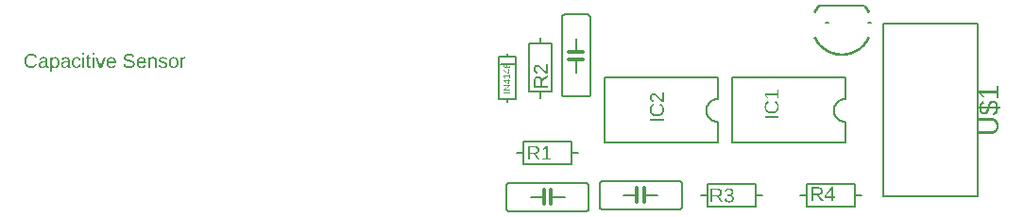
<source format=gbr>
G04 EAGLE Gerber RS-274X export*
G75*
%MOMM*%
%FSLAX34Y34*%
%LPD*%
%INSilkscreen Top*%
%IPPOS*%
%AMOC8*
5,1,8,0,0,1.08239X$1,22.5*%
G01*
G04 Define Apertures*
%ADD10C,0.152400*%
%ADD11C,0.015238*%
%ADD12C,0.127000*%
%ADD13C,0.304800*%
%ADD14C,0.203200*%
G36*
X593656Y62284D02*
X597501Y62284D01*
X600706Y57160D01*
X602633Y57160D01*
X600621Y60213D01*
X599130Y62476D01*
X599473Y62549D01*
X599797Y62642D01*
X600102Y62758D01*
X600388Y62895D01*
X600544Y62987D01*
X600655Y63053D01*
X600902Y63234D01*
X601131Y63435D01*
X601341Y63659D01*
X601529Y63900D01*
X601692Y64155D01*
X601830Y64423D01*
X601942Y64705D01*
X602030Y65001D01*
X602093Y65311D01*
X602130Y65634D01*
X602143Y65971D01*
X602125Y66376D01*
X602072Y66757D01*
X601983Y67116D01*
X601859Y67452D01*
X601700Y67766D01*
X601505Y68056D01*
X601274Y68323D01*
X601008Y68568D01*
X600710Y68787D01*
X600382Y68976D01*
X600024Y69136D01*
X599637Y69268D01*
X599219Y69370D01*
X598772Y69442D01*
X598296Y69486D01*
X597790Y69501D01*
X591983Y69501D01*
X591983Y57160D01*
X593656Y57160D01*
X593656Y62284D01*
G37*
%LPC*%
G36*
X593656Y63606D02*
X593656Y68161D01*
X597623Y68161D01*
X597957Y68152D01*
X598270Y68125D01*
X598564Y68081D01*
X598837Y68020D01*
X599091Y67940D01*
X599324Y67843D01*
X599537Y67728D01*
X599730Y67596D01*
X599901Y67447D01*
X600050Y67281D01*
X600175Y67100D01*
X600278Y66903D01*
X600358Y66690D01*
X600415Y66460D01*
X600450Y66215D01*
X600461Y65954D01*
X600450Y65683D01*
X600416Y65428D01*
X600359Y65189D01*
X600280Y64965D01*
X600179Y64756D01*
X600055Y64563D01*
X599908Y64386D01*
X599738Y64224D01*
X599548Y64079D01*
X599340Y63954D01*
X599112Y63847D01*
X598866Y63761D01*
X598601Y63693D01*
X598317Y63645D01*
X598015Y63616D01*
X597693Y63606D01*
X593656Y63606D01*
G37*
%LPD*%
G36*
X612580Y58500D02*
X609576Y58500D01*
X609576Y69501D01*
X608122Y69501D01*
X605205Y67495D01*
X605205Y66006D01*
X607991Y67994D01*
X607991Y58500D01*
X604846Y58500D01*
X604846Y57160D01*
X612580Y57160D01*
X612580Y58500D01*
G37*
G36*
X609610Y123756D02*
X604486Y123756D01*
X604486Y127601D01*
X609610Y130806D01*
X609610Y132733D01*
X606557Y130721D01*
X604294Y129230D01*
X604221Y129573D01*
X604128Y129897D01*
X604012Y130202D01*
X603875Y130488D01*
X603783Y130644D01*
X603717Y130755D01*
X603537Y131002D01*
X603335Y131231D01*
X603111Y131441D01*
X602870Y131629D01*
X602615Y131792D01*
X602347Y131930D01*
X602065Y132042D01*
X601769Y132130D01*
X601459Y132193D01*
X601136Y132230D01*
X600799Y132243D01*
X600394Y132225D01*
X600013Y132172D01*
X599654Y132083D01*
X599318Y131959D01*
X599004Y131800D01*
X598714Y131605D01*
X598447Y131374D01*
X598202Y131108D01*
X597983Y130810D01*
X597794Y130482D01*
X597634Y130124D01*
X597502Y129737D01*
X597400Y129319D01*
X597328Y128872D01*
X597284Y128396D01*
X597269Y127890D01*
X597269Y122083D01*
X609610Y122083D01*
X609610Y123756D01*
G37*
%LPC*%
G36*
X598609Y123756D02*
X598609Y127723D01*
X598618Y128057D01*
X598645Y128370D01*
X598689Y128664D01*
X598751Y128937D01*
X598830Y129191D01*
X598927Y129424D01*
X599042Y129637D01*
X599174Y129830D01*
X599323Y130001D01*
X599489Y130150D01*
X599670Y130275D01*
X599867Y130378D01*
X600081Y130458D01*
X600310Y130515D01*
X600555Y130550D01*
X600816Y130561D01*
X601087Y130550D01*
X601342Y130516D01*
X601581Y130459D01*
X601805Y130380D01*
X602014Y130279D01*
X602207Y130155D01*
X602384Y130008D01*
X602546Y129838D01*
X602691Y129648D01*
X602816Y129440D01*
X602923Y129212D01*
X603009Y128966D01*
X603077Y128701D01*
X603125Y128417D01*
X603154Y128115D01*
X603164Y127793D01*
X603164Y123756D01*
X598609Y123756D01*
G37*
%LPD*%
G36*
X609610Y142654D02*
X608270Y142654D01*
X608270Y136216D01*
X607960Y136369D01*
X607645Y136562D01*
X607323Y136798D01*
X606996Y137075D01*
X606655Y137398D01*
X606294Y137773D01*
X605913Y138200D01*
X605511Y138677D01*
X604815Y139519D01*
X604217Y140212D01*
X603716Y140758D01*
X603313Y141156D01*
X602958Y141460D01*
X602603Y141724D01*
X602248Y141949D01*
X601894Y142133D01*
X601538Y142276D01*
X601182Y142379D01*
X600825Y142441D01*
X600466Y142461D01*
X600073Y142445D01*
X599702Y142398D01*
X599355Y142320D01*
X599031Y142210D01*
X598730Y142069D01*
X598452Y141897D01*
X598197Y141693D01*
X597966Y141458D01*
X597759Y141194D01*
X597580Y140903D01*
X597429Y140585D01*
X597305Y140240D01*
X597209Y139868D01*
X597140Y139469D01*
X597099Y139043D01*
X597085Y138590D01*
X597099Y138175D01*
X597140Y137779D01*
X597208Y137402D01*
X597304Y137045D01*
X597427Y136707D01*
X597578Y136388D01*
X597756Y136089D01*
X597961Y135809D01*
X598190Y135553D01*
X598437Y135325D01*
X598703Y135125D01*
X598988Y134954D01*
X599292Y134811D01*
X599615Y134696D01*
X599957Y134610D01*
X600317Y134552D01*
X600466Y136164D01*
X600226Y136201D01*
X599999Y136254D01*
X599786Y136325D01*
X599587Y136412D01*
X599402Y136517D01*
X599230Y136638D01*
X599073Y136775D01*
X598929Y136930D01*
X598801Y137099D01*
X598689Y137279D01*
X598595Y137469D01*
X598518Y137671D01*
X598459Y137884D01*
X598416Y138108D01*
X598390Y138344D01*
X598382Y138590D01*
X598390Y138848D01*
X598417Y139091D01*
X598460Y139319D01*
X598522Y139534D01*
X598601Y139733D01*
X598697Y139918D01*
X598811Y140089D01*
X598942Y140245D01*
X599089Y140385D01*
X599251Y140506D01*
X599427Y140608D01*
X599617Y140692D01*
X599821Y140757D01*
X600039Y140804D01*
X600272Y140832D01*
X600519Y140841D01*
X600885Y140819D01*
X601232Y140754D01*
X601560Y140646D01*
X601867Y140495D01*
X602162Y140308D01*
X602450Y140095D01*
X602731Y139855D01*
X603006Y139588D01*
X603549Y138994D01*
X604092Y138332D01*
X604658Y137632D01*
X605270Y136926D01*
X605597Y136575D01*
X605942Y136233D01*
X606306Y135899D01*
X606689Y135573D01*
X607096Y135263D01*
X607533Y134978D01*
X608000Y134718D01*
X608498Y134482D01*
X609610Y134482D01*
X609610Y142654D01*
G37*
G36*
X847656Y25434D02*
X851501Y25434D01*
X854706Y20310D01*
X856633Y20310D01*
X854621Y23363D01*
X853130Y25626D01*
X853473Y25699D01*
X853797Y25792D01*
X854102Y25908D01*
X854388Y26045D01*
X854544Y26137D01*
X854655Y26203D01*
X854902Y26384D01*
X855131Y26585D01*
X855341Y26809D01*
X855529Y27050D01*
X855692Y27305D01*
X855830Y27573D01*
X855942Y27855D01*
X856030Y28151D01*
X856093Y28461D01*
X856130Y28784D01*
X856143Y29121D01*
X856125Y29526D01*
X856072Y29907D01*
X855983Y30266D01*
X855859Y30602D01*
X855700Y30916D01*
X855505Y31206D01*
X855274Y31473D01*
X855008Y31718D01*
X854710Y31937D01*
X854382Y32126D01*
X854024Y32286D01*
X853637Y32418D01*
X853219Y32520D01*
X852772Y32592D01*
X852296Y32636D01*
X851790Y32651D01*
X845983Y32651D01*
X845983Y20310D01*
X847656Y20310D01*
X847656Y25434D01*
G37*
%LPC*%
G36*
X847656Y26756D02*
X847656Y31311D01*
X851623Y31311D01*
X851957Y31302D01*
X852270Y31275D01*
X852564Y31231D01*
X852837Y31170D01*
X853091Y31090D01*
X853324Y30993D01*
X853537Y30878D01*
X853730Y30746D01*
X853901Y30597D01*
X854050Y30431D01*
X854175Y30250D01*
X854278Y30053D01*
X854358Y29840D01*
X854415Y29610D01*
X854450Y29365D01*
X854461Y29104D01*
X854450Y28833D01*
X854416Y28578D01*
X854359Y28339D01*
X854280Y28115D01*
X854179Y27906D01*
X854055Y27713D01*
X853908Y27536D01*
X853738Y27374D01*
X853548Y27229D01*
X853340Y27104D01*
X853112Y26997D01*
X852866Y26911D01*
X852601Y26843D01*
X852317Y26795D01*
X852015Y26766D01*
X851693Y26756D01*
X847656Y26756D01*
G37*
%LPD*%
G36*
X865196Y23104D02*
X866930Y23104D01*
X866930Y24348D01*
X865196Y24348D01*
X865196Y32651D01*
X863541Y32651D01*
X857892Y24330D01*
X857892Y23104D01*
X863707Y23104D01*
X863707Y20310D01*
X865196Y20310D01*
X865196Y23104D01*
G37*
%LPC*%
G36*
X859346Y24348D02*
X859486Y24523D01*
X859959Y25171D01*
X863121Y29831D01*
X863462Y30409D01*
X863707Y30873D01*
X863707Y24348D01*
X859346Y24348D01*
G37*
%LPD*%
G36*
X1009358Y97104D02*
X1009834Y97262D01*
X1010280Y97455D01*
X1010694Y97682D01*
X1011078Y97943D01*
X1011431Y98238D01*
X1011752Y98567D01*
X1012043Y98930D01*
X1012303Y99327D01*
X1012532Y99759D01*
X1012730Y100224D01*
X1012897Y100724D01*
X1013033Y101258D01*
X1013138Y101826D01*
X1013212Y102428D01*
X1013255Y103064D01*
X1015242Y103064D01*
X1015242Y104585D01*
X1013255Y104585D01*
X1013204Y105247D01*
X1013119Y105870D01*
X1013000Y106454D01*
X1012847Y106999D01*
X1012659Y107506D01*
X1012438Y107974D01*
X1012183Y108403D01*
X1011893Y108793D01*
X1011574Y109141D01*
X1011230Y109443D01*
X1010861Y109698D01*
X1010467Y109907D01*
X1010048Y110069D01*
X1009604Y110185D01*
X1009135Y110255D01*
X1008642Y110278D01*
X1008161Y110260D01*
X1007713Y110207D01*
X1007296Y110119D01*
X1006912Y109996D01*
X1006556Y109839D01*
X1006225Y109649D01*
X1005918Y109428D01*
X1005636Y109174D01*
X1005373Y108880D01*
X1005124Y108537D01*
X1004889Y108147D01*
X1004667Y107708D01*
X1004447Y107165D01*
X1004216Y106464D01*
X1003975Y105604D01*
X1003722Y104585D01*
X998263Y104585D01*
X998305Y104934D01*
X998362Y105260D01*
X998436Y105565D01*
X998525Y105849D01*
X998631Y106111D01*
X998752Y106352D01*
X998889Y106571D01*
X999042Y106769D01*
X999211Y106948D01*
X999396Y107112D01*
X999597Y107260D01*
X999813Y107392D01*
X1000046Y107508D01*
X1000295Y107609D01*
X1000559Y107694D01*
X1000839Y107763D01*
X1000435Y109898D01*
X999960Y109757D01*
X999518Y109594D01*
X999108Y109408D01*
X998731Y109198D01*
X998386Y108966D01*
X998073Y108711D01*
X997793Y108432D01*
X997545Y108131D01*
X997327Y107802D01*
X997133Y107440D01*
X996965Y107046D01*
X996823Y106619D01*
X996706Y106159D01*
X996615Y105667D01*
X996549Y105143D01*
X996509Y104585D01*
X994902Y104585D01*
X994902Y103064D01*
X996509Y103064D01*
X996551Y102447D01*
X996624Y101867D01*
X996727Y101323D01*
X996860Y100815D01*
X997023Y100343D01*
X997216Y99907D01*
X997439Y99508D01*
X997693Y99145D01*
X997974Y98821D01*
X998281Y98541D01*
X998614Y98304D01*
X998973Y98109D01*
X999358Y97959D01*
X999769Y97851D01*
X1000205Y97786D01*
X1000668Y97764D01*
X1001099Y97779D01*
X1001499Y97821D01*
X1001866Y97892D01*
X1002201Y97991D01*
X1002515Y98123D01*
X1002819Y98289D01*
X1003113Y98491D01*
X1003397Y98727D01*
X1003668Y99002D01*
X1003923Y99316D01*
X1004162Y99671D01*
X1004385Y100065D01*
X1004606Y100563D01*
X1004728Y100908D01*
X1004842Y101229D01*
X1005091Y102062D01*
X1005354Y103064D01*
X1011439Y103064D01*
X1011402Y102641D01*
X1011395Y102594D01*
X1011345Y102241D01*
X1011268Y101866D01*
X1011172Y101514D01*
X1011057Y101186D01*
X1010921Y100882D01*
X1010767Y100603D01*
X1010592Y100347D01*
X1010397Y100113D01*
X1010179Y99901D01*
X1009939Y99709D01*
X1009675Y99539D01*
X1009390Y99389D01*
X1009081Y99260D01*
X1008750Y99152D01*
X1008397Y99065D01*
X1008850Y96979D01*
X1009358Y97104D01*
G37*
%LPC*%
G36*
X1005710Y104585D02*
X1005929Y105385D01*
X1006135Y106042D01*
X1006325Y106557D01*
X1006501Y106929D01*
X1006681Y107212D01*
X1006883Y107459D01*
X1007107Y107672D01*
X1007354Y107849D01*
X1007629Y107988D01*
X1007940Y108088D01*
X1008285Y108148D01*
X1008666Y108168D01*
X1008971Y108153D01*
X1009258Y108110D01*
X1009529Y108037D01*
X1009783Y107936D01*
X1010020Y107806D01*
X1010240Y107647D01*
X1010443Y107459D01*
X1010629Y107242D01*
X1010798Y106997D01*
X1010948Y106728D01*
X1011078Y106434D01*
X1011191Y106114D01*
X1011284Y105770D01*
X1011358Y105400D01*
X1011397Y105131D01*
X1011414Y105005D01*
X1011451Y104585D01*
X1005710Y104585D01*
G37*
G36*
X1000372Y99887D02*
X1000117Y99924D01*
X999878Y99987D01*
X999656Y100074D01*
X999449Y100186D01*
X999258Y100323D01*
X999084Y100485D01*
X998926Y100672D01*
X998783Y100884D01*
X998657Y101121D01*
X998547Y101382D01*
X998453Y101669D01*
X998375Y101980D01*
X998314Y102317D01*
X998268Y102678D01*
X998239Y103064D01*
X1003403Y103064D01*
X1003232Y102431D01*
X1003060Y101891D01*
X1002888Y101446D01*
X1002716Y101095D01*
X1002535Y100810D01*
X1002333Y100563D01*
X1002111Y100353D01*
X1001878Y100187D01*
X1001870Y100181D01*
X1001605Y100047D01*
X1001312Y99951D01*
X1000991Y99894D01*
X1000643Y99875D01*
X1000372Y99887D01*
G37*
%LPD*%
G36*
X1007719Y80505D02*
X1008202Y80546D01*
X1008667Y80614D01*
X1009114Y80709D01*
X1009544Y80832D01*
X1009956Y80981D01*
X1010351Y81158D01*
X1010727Y81363D01*
X1011085Y81591D01*
X1011420Y81843D01*
X1011733Y82116D01*
X1012025Y82411D01*
X1012295Y82729D01*
X1012542Y83069D01*
X1012768Y83432D01*
X1012973Y83816D01*
X1013154Y84220D01*
X1013311Y84641D01*
X1013443Y85079D01*
X1013552Y85534D01*
X1013637Y86005D01*
X1013697Y86494D01*
X1013733Y86999D01*
X1013745Y87521D01*
X1013733Y88064D01*
X1013695Y88589D01*
X1013632Y89095D01*
X1013544Y89584D01*
X1013432Y90054D01*
X1013293Y90506D01*
X1013130Y90939D01*
X1012942Y91355D01*
X1012730Y91750D01*
X1012495Y92122D01*
X1012238Y92470D01*
X1011959Y92796D01*
X1011657Y93099D01*
X1011333Y93379D01*
X1010986Y93636D01*
X1010617Y93870D01*
X1010228Y94078D01*
X1009820Y94259D01*
X1009395Y94412D01*
X1008952Y94537D01*
X1008490Y94634D01*
X1008011Y94704D01*
X1007513Y94745D01*
X1006998Y94759D01*
X996214Y94759D01*
X996214Y92428D01*
X1006863Y92428D01*
X1007455Y92408D01*
X1008010Y92347D01*
X1008529Y92246D01*
X1009011Y92105D01*
X1009457Y91923D01*
X1009866Y91700D01*
X1010238Y91437D01*
X1010574Y91134D01*
X1010872Y90794D01*
X1011130Y90422D01*
X1011348Y90018D01*
X1011526Y89581D01*
X1011665Y89111D01*
X1011764Y88609D01*
X1011824Y88075D01*
X1011844Y87509D01*
X1011825Y86958D01*
X1011767Y86441D01*
X1011671Y85957D01*
X1011537Y85506D01*
X1011365Y85089D01*
X1011154Y84705D01*
X1010905Y84354D01*
X1010617Y84037D01*
X1010293Y83755D01*
X1009932Y83511D01*
X1009536Y83304D01*
X1009105Y83135D01*
X1008638Y83004D01*
X1008135Y82910D01*
X1007597Y82853D01*
X1007022Y82835D01*
X996214Y82835D01*
X996214Y80491D01*
X1007219Y80491D01*
X1007719Y80505D01*
G37*
G36*
X1013500Y123425D02*
X1011623Y123425D01*
X1011623Y119217D01*
X996214Y119217D01*
X996214Y117180D01*
X999024Y113095D01*
X1001109Y113095D01*
X998324Y116996D01*
X1011623Y116996D01*
X1011623Y112592D01*
X1013500Y112592D01*
X1013500Y123425D01*
G37*
G36*
X165423Y139683D02*
X165414Y140764D01*
X165403Y141052D01*
X165388Y141171D01*
X165431Y141171D01*
X165531Y140972D01*
X165642Y140786D01*
X165764Y140612D01*
X165898Y140451D01*
X166043Y140303D01*
X166198Y140168D01*
X166365Y140046D01*
X166544Y139936D01*
X166733Y139840D01*
X166934Y139756D01*
X167146Y139686D01*
X167369Y139628D01*
X167604Y139583D01*
X167849Y139551D01*
X168106Y139531D01*
X168374Y139525D01*
X168796Y139544D01*
X169191Y139602D01*
X169559Y139699D01*
X169899Y139835D01*
X170213Y140009D01*
X170499Y140222D01*
X170757Y140474D01*
X170989Y140764D01*
X171193Y141093D01*
X171370Y141461D01*
X171520Y141868D01*
X171642Y142313D01*
X171738Y142797D01*
X171806Y143320D01*
X171847Y143882D01*
X171860Y144482D01*
X171847Y145090D01*
X171806Y145655D01*
X171738Y146179D01*
X171643Y146661D01*
X171522Y147101D01*
X171373Y147499D01*
X171196Y147855D01*
X170993Y148170D01*
X170763Y148445D01*
X170504Y148683D01*
X170218Y148885D01*
X169905Y149050D01*
X169564Y149178D01*
X169195Y149270D01*
X168798Y149325D01*
X168374Y149343D01*
X168099Y149337D01*
X167837Y149318D01*
X167589Y149286D01*
X167354Y149241D01*
X167133Y149184D01*
X166926Y149114D01*
X166732Y149031D01*
X166553Y148936D01*
X166384Y148827D01*
X166224Y148703D01*
X165929Y148411D01*
X165667Y148061D01*
X165440Y147653D01*
X165405Y147653D01*
X165383Y148266D01*
X165344Y148927D01*
X165318Y149177D01*
X163794Y149177D01*
X163817Y148878D01*
X163833Y148456D01*
X163846Y147241D01*
X163846Y135978D01*
X165423Y135978D01*
X165423Y139683D01*
G37*
%LPC*%
G36*
X167631Y140704D02*
X167330Y140745D01*
X167054Y140814D01*
X166800Y140911D01*
X166570Y141035D01*
X166363Y141187D01*
X166179Y141367D01*
X166018Y141574D01*
X165879Y141811D01*
X165758Y142078D01*
X165655Y142376D01*
X165572Y142704D01*
X165506Y143063D01*
X165460Y143453D01*
X165432Y143873D01*
X165423Y144325D01*
X165440Y144963D01*
X165492Y145539D01*
X165578Y146051D01*
X165699Y146501D01*
X165852Y146892D01*
X166038Y147227D01*
X166255Y147507D01*
X166504Y147732D01*
X166643Y147824D01*
X166795Y147904D01*
X166959Y147972D01*
X167136Y148027D01*
X167326Y148070D01*
X167528Y148101D01*
X167744Y148120D01*
X167971Y148126D01*
X168253Y148112D01*
X168514Y148073D01*
X168756Y148006D01*
X168979Y147913D01*
X169181Y147794D01*
X169364Y147648D01*
X169527Y147475D01*
X169671Y147276D01*
X169796Y147046D01*
X169904Y146781D01*
X169996Y146480D01*
X170071Y146144D01*
X170130Y145773D01*
X170171Y145366D01*
X170197Y144924D01*
X170205Y144447D01*
X170196Y143957D01*
X170171Y143504D01*
X170129Y143088D01*
X170070Y142707D01*
X169994Y142364D01*
X169902Y142057D01*
X169792Y141786D01*
X169666Y141552D01*
X169522Y141350D01*
X169357Y141175D01*
X169173Y141027D01*
X168969Y140905D01*
X168745Y140811D01*
X168501Y140744D01*
X168237Y140703D01*
X167954Y140690D01*
X167631Y140704D01*
G37*
%LPD*%
G36*
X274748Y139544D02*
X275223Y139601D01*
X275667Y139696D01*
X276079Y139829D01*
X276461Y140000D01*
X276812Y140210D01*
X277133Y140457D01*
X277422Y140742D01*
X277678Y141066D01*
X277901Y141430D01*
X278089Y141834D01*
X278243Y142277D01*
X278363Y142760D01*
X278448Y143283D01*
X278499Y143845D01*
X278516Y144447D01*
X278500Y145055D01*
X278452Y145622D01*
X278372Y146147D01*
X278260Y146631D01*
X278116Y147074D01*
X277940Y147476D01*
X277732Y147837D01*
X277492Y148156D01*
X277218Y148437D01*
X276908Y148679D01*
X276562Y148885D01*
X276180Y149053D01*
X275763Y149184D01*
X275309Y149277D01*
X274820Y149333D01*
X274295Y149352D01*
X273780Y149333D01*
X273299Y149275D01*
X272851Y149179D01*
X272436Y149045D01*
X272055Y148873D01*
X271706Y148662D01*
X271391Y148413D01*
X271109Y148126D01*
X270860Y147800D01*
X270644Y147436D01*
X270462Y147034D01*
X270312Y146593D01*
X270196Y146114D01*
X270113Y145597D01*
X270064Y145041D01*
X270047Y144447D01*
X270064Y143867D01*
X270113Y143322D01*
X270196Y142812D01*
X270312Y142337D01*
X270461Y141898D01*
X270643Y141494D01*
X270858Y141124D01*
X271107Y140790D01*
X271388Y140494D01*
X271700Y140237D01*
X272044Y140019D01*
X272421Y139841D01*
X272828Y139703D01*
X273268Y139604D01*
X273739Y139545D01*
X274242Y139525D01*
X274748Y139544D01*
G37*
%LPC*%
G36*
X273909Y140704D02*
X273616Y140749D01*
X273344Y140822D01*
X273094Y140925D01*
X272866Y141058D01*
X272659Y141219D01*
X272474Y141411D01*
X272311Y141631D01*
X272168Y141881D01*
X272045Y142160D01*
X271940Y142469D01*
X271855Y142806D01*
X271788Y143173D01*
X271740Y143568D01*
X271712Y143993D01*
X271702Y144447D01*
X271712Y144913D01*
X271741Y145347D01*
X271789Y145749D01*
X271857Y146119D01*
X271944Y146457D01*
X272050Y146763D01*
X272175Y147038D01*
X272320Y147281D01*
X272486Y147493D01*
X272676Y147677D01*
X272891Y147833D01*
X273129Y147960D01*
X273391Y148060D01*
X273677Y148130D01*
X273987Y148173D01*
X274321Y148187D01*
X274653Y148173D01*
X274959Y148131D01*
X275241Y148062D01*
X275498Y147965D01*
X275730Y147840D01*
X275938Y147687D01*
X276121Y147506D01*
X276279Y147298D01*
X276415Y147059D01*
X276534Y146786D01*
X276634Y146480D01*
X276716Y146141D01*
X276779Y145768D01*
X276825Y145361D01*
X276852Y144921D01*
X276861Y144447D01*
X276852Y143979D01*
X276823Y143543D01*
X276776Y143140D01*
X276709Y142768D01*
X276623Y142428D01*
X276519Y142120D01*
X276395Y141844D01*
X276252Y141601D01*
X276088Y141387D01*
X275897Y141202D01*
X275682Y141046D01*
X275441Y140917D01*
X275175Y140818D01*
X274884Y140747D01*
X274567Y140704D01*
X274225Y140690D01*
X273909Y140704D01*
G37*
%LPD*%
G36*
X156576Y139532D02*
X156847Y139553D01*
X157107Y139588D01*
X157356Y139638D01*
X157594Y139701D01*
X157821Y139779D01*
X158038Y139870D01*
X158244Y139976D01*
X158441Y140099D01*
X158632Y140241D01*
X158817Y140403D01*
X158996Y140586D01*
X159168Y140788D01*
X159335Y141010D01*
X159649Y141513D01*
X159702Y141513D01*
X159750Y141055D01*
X159790Y140851D01*
X159841Y140662D01*
X159903Y140490D01*
X159975Y140335D01*
X160059Y140195D01*
X160153Y140072D01*
X160260Y139964D01*
X160382Y139871D01*
X160519Y139792D01*
X160671Y139727D01*
X160838Y139677D01*
X161019Y139641D01*
X161216Y139620D01*
X161427Y139612D01*
X161737Y139621D01*
X162043Y139647D01*
X162345Y139691D01*
X162645Y139753D01*
X162645Y140734D01*
X162371Y140688D01*
X162128Y140672D01*
X161890Y140694D01*
X161694Y140761D01*
X161540Y140872D01*
X161427Y141027D01*
X161347Y141226D01*
X161289Y141468D01*
X161255Y141754D01*
X161243Y142082D01*
X161243Y146164D01*
X161229Y146540D01*
X161187Y146893D01*
X161117Y147224D01*
X161018Y147531D01*
X160891Y147816D01*
X160736Y148078D01*
X160553Y148317D01*
X160341Y148533D01*
X160102Y148725D01*
X159835Y148891D01*
X159540Y149032D01*
X159218Y149147D01*
X158868Y149237D01*
X158490Y149301D01*
X158085Y149339D01*
X157652Y149352D01*
X157239Y149342D01*
X156850Y149312D01*
X156483Y149262D01*
X156140Y149192D01*
X155821Y149102D01*
X155525Y148992D01*
X155252Y148862D01*
X155003Y148713D01*
X154777Y148543D01*
X154575Y148353D01*
X154395Y148143D01*
X154240Y147913D01*
X154108Y147664D01*
X153999Y147394D01*
X153913Y147104D01*
X153851Y146794D01*
X155498Y146646D01*
X155528Y146836D01*
X155570Y147013D01*
X155624Y147176D01*
X155690Y147327D01*
X155769Y147463D01*
X155859Y147587D01*
X155961Y147696D01*
X156076Y147793D01*
X156205Y147877D01*
X156353Y147950D01*
X156518Y148012D01*
X156702Y148062D01*
X156904Y148101D01*
X157124Y148130D01*
X157617Y148152D01*
X157871Y148144D01*
X158108Y148121D01*
X158327Y148082D01*
X158528Y148027D01*
X158712Y147957D01*
X158879Y147871D01*
X159027Y147770D01*
X159159Y147653D01*
X159274Y147518D01*
X159373Y147362D01*
X159458Y147186D01*
X159527Y146989D01*
X159580Y146772D01*
X159619Y146534D01*
X159642Y146276D01*
X159649Y145997D01*
X159649Y145481D01*
X157521Y145446D01*
X157001Y145421D01*
X156518Y145373D01*
X156072Y145303D01*
X155663Y145209D01*
X155291Y145093D01*
X154957Y144953D01*
X154659Y144790D01*
X154399Y144605D01*
X154172Y144397D01*
X153975Y144168D01*
X153809Y143918D01*
X153673Y143646D01*
X153567Y143353D01*
X153491Y143038D01*
X153446Y142702D01*
X153431Y142345D01*
X153442Y142025D01*
X153476Y141723D01*
X153532Y141439D01*
X153610Y141171D01*
X153711Y140922D01*
X153835Y140690D01*
X153981Y140475D01*
X154149Y140278D01*
X154340Y140102D01*
X154552Y139949D01*
X154787Y139819D01*
X155045Y139713D01*
X155324Y139631D01*
X155625Y139572D01*
X155949Y139537D01*
X156295Y139525D01*
X156576Y139532D01*
G37*
%LPC*%
G36*
X156467Y140714D02*
X156291Y140734D01*
X156126Y140766D01*
X155972Y140812D01*
X155829Y140871D01*
X155697Y140944D01*
X155577Y141029D01*
X155467Y141128D01*
X155370Y141238D01*
X155285Y141360D01*
X155214Y141492D01*
X155155Y141636D01*
X155110Y141790D01*
X155077Y141955D01*
X155058Y142132D01*
X155051Y142319D01*
X155070Y142657D01*
X155128Y142960D01*
X155224Y143230D01*
X155358Y143466D01*
X155528Y143671D01*
X155731Y143847D01*
X155968Y143995D01*
X156238Y144114D01*
X156558Y144207D01*
X156946Y144276D01*
X157401Y144321D01*
X157924Y144342D01*
X159649Y144377D01*
X159649Y143598D01*
X159625Y143237D01*
X159552Y142880D01*
X159430Y142529D01*
X159260Y142183D01*
X159047Y141858D01*
X158799Y141569D01*
X158515Y141317D01*
X158195Y141101D01*
X157846Y140929D01*
X157473Y140806D01*
X157075Y140732D01*
X156868Y140713D01*
X156654Y140707D01*
X156467Y140714D01*
G37*
%LPD*%
G36*
X176514Y139532D02*
X176784Y139553D01*
X177044Y139588D01*
X177293Y139638D01*
X177531Y139701D01*
X177759Y139779D01*
X177975Y139870D01*
X178181Y139976D01*
X178378Y140099D01*
X178569Y140241D01*
X178754Y140403D01*
X178933Y140586D01*
X179106Y140788D01*
X179272Y141010D01*
X179587Y141513D01*
X179639Y141513D01*
X179687Y141055D01*
X179727Y140851D01*
X179778Y140662D01*
X179840Y140490D01*
X179913Y140335D01*
X179996Y140195D01*
X180090Y140072D01*
X180198Y139964D01*
X180320Y139871D01*
X180456Y139792D01*
X180608Y139727D01*
X180775Y139677D01*
X180957Y139641D01*
X181153Y139620D01*
X181365Y139612D01*
X181674Y139621D01*
X181980Y139647D01*
X182283Y139691D01*
X182582Y139753D01*
X182582Y140734D01*
X182309Y140688D01*
X182065Y140672D01*
X181828Y140694D01*
X181632Y140761D01*
X181478Y140872D01*
X181365Y141027D01*
X181284Y141226D01*
X181227Y141468D01*
X181192Y141754D01*
X181181Y142082D01*
X181181Y146164D01*
X181167Y146540D01*
X181124Y146893D01*
X181054Y147224D01*
X180955Y147531D01*
X180828Y147816D01*
X180673Y148078D01*
X180490Y148317D01*
X180279Y148533D01*
X180039Y148725D01*
X179772Y148891D01*
X179478Y149032D01*
X179155Y149147D01*
X178806Y149237D01*
X178428Y149301D01*
X178023Y149339D01*
X177590Y149352D01*
X177177Y149342D01*
X176787Y149312D01*
X176421Y149262D01*
X176078Y149192D01*
X175758Y149102D01*
X175462Y148992D01*
X175190Y148862D01*
X174940Y148713D01*
X174715Y148543D01*
X174512Y148353D01*
X174333Y148143D01*
X174177Y147913D01*
X174045Y147664D01*
X173936Y147394D01*
X173851Y147104D01*
X173789Y146794D01*
X175435Y146646D01*
X175465Y146836D01*
X175508Y147013D01*
X175562Y147176D01*
X175628Y147327D01*
X175706Y147463D01*
X175797Y147587D01*
X175899Y147696D01*
X176013Y147793D01*
X176143Y147877D01*
X176290Y147950D01*
X176456Y148012D01*
X176640Y148062D01*
X176841Y148101D01*
X177061Y148130D01*
X177555Y148152D01*
X177809Y148144D01*
X178045Y148121D01*
X178264Y148082D01*
X178466Y148027D01*
X178650Y147957D01*
X178816Y147871D01*
X178965Y147770D01*
X179096Y147653D01*
X179211Y147518D01*
X179311Y147362D01*
X179395Y147186D01*
X179464Y146989D01*
X179518Y146772D01*
X179556Y146534D01*
X179579Y146276D01*
X179587Y145997D01*
X179587Y145481D01*
X177458Y145446D01*
X176938Y145421D01*
X176455Y145373D01*
X176009Y145303D01*
X175601Y145209D01*
X175229Y145093D01*
X174894Y144953D01*
X174597Y144790D01*
X174336Y144605D01*
X174109Y144397D01*
X173913Y144168D01*
X173746Y143918D01*
X173610Y143646D01*
X173504Y143353D01*
X173429Y143038D01*
X173383Y142702D01*
X173368Y142345D01*
X173379Y142025D01*
X173413Y141723D01*
X173469Y141439D01*
X173548Y141171D01*
X173649Y140922D01*
X173772Y140690D01*
X173918Y140475D01*
X174086Y140278D01*
X174277Y140102D01*
X174490Y139949D01*
X174725Y139819D01*
X174982Y139713D01*
X175261Y139631D01*
X175563Y139572D01*
X175886Y139537D01*
X176232Y139525D01*
X176514Y139532D01*
G37*
%LPC*%
G36*
X176404Y140714D02*
X176228Y140734D01*
X176063Y140766D01*
X175909Y140812D01*
X175767Y140871D01*
X175635Y140944D01*
X175514Y141029D01*
X175405Y141128D01*
X175307Y141238D01*
X175223Y141360D01*
X175151Y141492D01*
X175093Y141636D01*
X175047Y141790D01*
X175015Y141955D01*
X174995Y142132D01*
X174989Y142319D01*
X175008Y142657D01*
X175065Y142960D01*
X175161Y143230D01*
X175295Y143466D01*
X175465Y143671D01*
X175668Y143847D01*
X175905Y143995D01*
X176175Y144114D01*
X176496Y144207D01*
X176884Y144276D01*
X177339Y144321D01*
X177861Y144342D01*
X179587Y144377D01*
X179587Y143598D01*
X179562Y143237D01*
X179489Y142880D01*
X179368Y142529D01*
X179197Y142183D01*
X178984Y141858D01*
X178736Y141569D01*
X178452Y141317D01*
X178133Y141101D01*
X177784Y140929D01*
X177410Y140806D01*
X177013Y140732D01*
X176805Y140713D01*
X176591Y140707D01*
X176404Y140714D01*
G37*
%LPD*%
G36*
X218912Y139534D02*
X219263Y139560D01*
X219597Y139604D01*
X219915Y139665D01*
X220216Y139744D01*
X220499Y139840D01*
X220766Y139954D01*
X221016Y140085D01*
X221249Y140234D01*
X221465Y140401D01*
X221664Y140585D01*
X221846Y140786D01*
X222012Y141005D01*
X222160Y141242D01*
X222292Y141496D01*
X222406Y141767D01*
X221022Y142161D01*
X220888Y141860D01*
X220704Y141585D01*
X220470Y141338D01*
X220186Y141119D01*
X220025Y141022D01*
X219852Y140939D01*
X219666Y140868D01*
X219467Y140810D01*
X219255Y140765D01*
X219031Y140733D01*
X218794Y140714D01*
X218544Y140707D01*
X218229Y140721D01*
X217934Y140763D01*
X217659Y140832D01*
X217403Y140928D01*
X217166Y141053D01*
X216949Y141205D01*
X216751Y141385D01*
X216573Y141592D01*
X216415Y141825D01*
X216278Y142081D01*
X216162Y142360D01*
X216067Y142663D01*
X215993Y142988D01*
X215941Y143338D01*
X215909Y143710D01*
X215899Y144106D01*
X222660Y144106D01*
X222660Y144316D01*
X222644Y144926D01*
X222595Y145496D01*
X222513Y146027D01*
X222399Y146519D01*
X222252Y146972D01*
X222073Y147385D01*
X221861Y147758D01*
X221616Y148093D01*
X221338Y148388D01*
X221028Y148644D01*
X220686Y148860D01*
X220310Y149037D01*
X219902Y149175D01*
X219462Y149273D01*
X218988Y149332D01*
X218482Y149352D01*
X217987Y149332D01*
X217521Y149274D01*
X217084Y149176D01*
X216677Y149039D01*
X216299Y148863D01*
X215951Y148647D01*
X215632Y148393D01*
X215342Y148099D01*
X215085Y147769D01*
X214862Y147405D01*
X214673Y147006D01*
X214518Y146573D01*
X214398Y146106D01*
X214312Y145605D01*
X214260Y145069D01*
X214243Y144500D01*
X214260Y143901D01*
X214312Y143341D01*
X214398Y142818D01*
X214518Y142334D01*
X214673Y141888D01*
X214862Y141480D01*
X215085Y141109D01*
X215342Y140777D01*
X215633Y140484D01*
X215955Y140229D01*
X216308Y140014D01*
X216692Y139838D01*
X217108Y139701D01*
X217555Y139603D01*
X218034Y139544D01*
X218544Y139525D01*
X218912Y139534D01*
G37*
%LPC*%
G36*
X215916Y145314D02*
X215939Y145640D01*
X215981Y145948D01*
X216042Y146239D01*
X216123Y146511D01*
X216223Y146765D01*
X216342Y147002D01*
X216481Y147220D01*
X216639Y147421D01*
X216814Y147600D01*
X217004Y147756D01*
X217208Y147888D01*
X217428Y147995D01*
X217663Y148079D01*
X217912Y148139D01*
X218177Y148175D01*
X218456Y148187D01*
X218743Y148176D01*
X219013Y148144D01*
X219265Y148090D01*
X219501Y148015D01*
X219719Y147918D01*
X219919Y147800D01*
X220103Y147661D01*
X220269Y147499D01*
X220419Y147315D01*
X220553Y147105D01*
X220672Y146870D01*
X220775Y146609D01*
X220862Y146324D01*
X220934Y146012D01*
X220990Y145676D01*
X221031Y145314D01*
X215916Y145314D01*
G37*
%LPD*%
G36*
X245818Y139534D02*
X246169Y139560D01*
X246504Y139604D01*
X246821Y139665D01*
X247122Y139744D01*
X247405Y139840D01*
X247672Y139954D01*
X247922Y140085D01*
X248155Y140234D01*
X248371Y140401D01*
X248570Y140585D01*
X248752Y140786D01*
X248918Y141005D01*
X249066Y141242D01*
X249198Y141496D01*
X249312Y141767D01*
X247929Y142161D01*
X247794Y141860D01*
X247610Y141585D01*
X247376Y141338D01*
X247092Y141119D01*
X246931Y141022D01*
X246758Y140939D01*
X246572Y140868D01*
X246373Y140810D01*
X246161Y140765D01*
X245937Y140733D01*
X245700Y140714D01*
X245450Y140707D01*
X245136Y140721D01*
X244841Y140763D01*
X244565Y140832D01*
X244309Y140928D01*
X244073Y141053D01*
X243855Y141205D01*
X243658Y141385D01*
X243479Y141592D01*
X243321Y141825D01*
X243184Y142081D01*
X243068Y142360D01*
X242973Y142663D01*
X242900Y142988D01*
X242847Y143338D01*
X242815Y143710D01*
X242805Y144106D01*
X249566Y144106D01*
X249566Y144316D01*
X249550Y144926D01*
X249501Y145496D01*
X249420Y146027D01*
X249305Y146519D01*
X249158Y146972D01*
X248979Y147385D01*
X248767Y147758D01*
X248522Y148093D01*
X248245Y148388D01*
X247934Y148644D01*
X247592Y148860D01*
X247216Y149037D01*
X246808Y149175D01*
X246368Y149273D01*
X245895Y149332D01*
X245389Y149352D01*
X244893Y149332D01*
X244427Y149274D01*
X243990Y149176D01*
X243583Y149039D01*
X243205Y148863D01*
X242857Y148647D01*
X242538Y148393D01*
X242249Y148099D01*
X241991Y147769D01*
X241768Y147405D01*
X241579Y147006D01*
X241424Y146573D01*
X241304Y146106D01*
X241218Y145605D01*
X241167Y145069D01*
X241149Y144500D01*
X241167Y143901D01*
X241218Y143341D01*
X241304Y142818D01*
X241424Y142334D01*
X241579Y141888D01*
X241768Y141480D01*
X241991Y141109D01*
X242249Y140777D01*
X242539Y140484D01*
X242861Y140229D01*
X243214Y140014D01*
X243599Y139838D01*
X244014Y139701D01*
X244462Y139603D01*
X244940Y139544D01*
X245450Y139525D01*
X245818Y139534D01*
G37*
%LPC*%
G36*
X242822Y145314D02*
X242845Y145640D01*
X242887Y145948D01*
X242949Y146239D01*
X243029Y146511D01*
X243129Y146765D01*
X243249Y147002D01*
X243387Y147220D01*
X243545Y147421D01*
X243720Y147600D01*
X243910Y147756D01*
X244115Y147888D01*
X244334Y147995D01*
X244569Y148079D01*
X244819Y148139D01*
X245083Y148175D01*
X245362Y148187D01*
X245649Y148176D01*
X245919Y148144D01*
X246172Y148090D01*
X246407Y148015D01*
X246625Y147918D01*
X246826Y147800D01*
X247009Y147661D01*
X247175Y147499D01*
X247325Y147315D01*
X247459Y147105D01*
X247578Y146870D01*
X247681Y146609D01*
X247769Y146324D01*
X247840Y146012D01*
X247897Y145676D01*
X247937Y145314D01*
X242822Y145314D01*
G37*
%LPD*%
G36*
X235052Y139540D02*
X235607Y139583D01*
X236128Y139657D01*
X236616Y139759D01*
X237069Y139891D01*
X237488Y140052D01*
X237873Y140242D01*
X238224Y140462D01*
X238537Y140708D01*
X238808Y140979D01*
X239038Y141273D01*
X239226Y141592D01*
X239372Y141935D01*
X239476Y142301D01*
X239539Y142692D01*
X239560Y143107D01*
X239548Y143433D01*
X239513Y143738D01*
X239454Y144020D01*
X239371Y144281D01*
X239268Y144522D01*
X239147Y144747D01*
X239008Y144956D01*
X238850Y145148D01*
X238676Y145325D01*
X238488Y145487D01*
X238284Y145636D01*
X238066Y145770D01*
X237599Y146007D01*
X237098Y146212D01*
X236570Y146387D01*
X236017Y146536D01*
X234883Y146803D01*
X234104Y146984D01*
X233466Y147150D01*
X232969Y147302D01*
X232614Y147438D01*
X232346Y147574D01*
X232112Y147725D01*
X231910Y147890D01*
X231743Y148069D01*
X231610Y148267D01*
X231516Y148490D01*
X231459Y148738D01*
X231440Y149010D01*
X231453Y149246D01*
X231489Y149466D01*
X231550Y149672D01*
X231635Y149862D01*
X231745Y150037D01*
X231879Y150198D01*
X232037Y150343D01*
X232220Y150473D01*
X232426Y150588D01*
X232654Y150688D01*
X232903Y150772D01*
X233175Y150841D01*
X233468Y150895D01*
X233783Y150933D01*
X234121Y150956D01*
X234480Y150963D01*
X234808Y150957D01*
X235117Y150936D01*
X235409Y150901D01*
X235682Y150853D01*
X235936Y150791D01*
X236173Y150715D01*
X236391Y150625D01*
X236590Y150521D01*
X236773Y150402D01*
X236941Y150266D01*
X237093Y150114D01*
X237230Y149944D01*
X237351Y149758D01*
X237458Y149555D01*
X237548Y149335D01*
X237624Y149098D01*
X239271Y149387D01*
X239149Y149760D01*
X239006Y150105D01*
X238842Y150422D01*
X238657Y150711D01*
X238452Y150971D01*
X238226Y151202D01*
X237979Y151406D01*
X237712Y151581D01*
X237418Y151732D01*
X237094Y151863D01*
X236738Y151973D01*
X236352Y152064D01*
X235935Y152134D01*
X235486Y152184D01*
X235007Y152215D01*
X234497Y152225D01*
X233949Y152211D01*
X233433Y152171D01*
X232950Y152104D01*
X232499Y152010D01*
X232081Y151889D01*
X231696Y151742D01*
X231344Y151568D01*
X231024Y151366D01*
X230740Y151140D01*
X230494Y150892D01*
X230285Y150620D01*
X230115Y150326D01*
X229982Y150009D01*
X229887Y149670D01*
X229830Y149308D01*
X229811Y148923D01*
X229826Y148587D01*
X229869Y148270D01*
X229942Y147974D01*
X230043Y147697D01*
X230172Y147438D01*
X230327Y147196D01*
X230507Y146972D01*
X230713Y146764D01*
X230952Y146569D01*
X231231Y146384D01*
X231550Y146208D01*
X231909Y146041D01*
X232332Y145879D01*
X232843Y145717D01*
X233442Y145555D01*
X234129Y145393D01*
X235662Y145034D01*
X235996Y144946D01*
X236306Y144848D01*
X236592Y144740D01*
X236853Y144622D01*
X237089Y144491D01*
X237297Y144344D01*
X237476Y144181D01*
X237628Y144000D01*
X237749Y143798D01*
X237835Y143567D01*
X237887Y143307D01*
X237904Y143019D01*
X237891Y142758D01*
X237849Y142513D01*
X237780Y142285D01*
X237684Y142072D01*
X237560Y141876D01*
X237409Y141697D01*
X237230Y141533D01*
X237024Y141386D01*
X236792Y141256D01*
X236538Y141143D01*
X236260Y141047D01*
X235959Y140969D01*
X235635Y140908D01*
X235287Y140865D01*
X234917Y140839D01*
X234523Y140830D01*
X234142Y140838D01*
X233781Y140862D01*
X233440Y140903D01*
X233120Y140960D01*
X232820Y141033D01*
X232541Y141123D01*
X232283Y141229D01*
X232045Y141351D01*
X231827Y141491D01*
X231629Y141649D01*
X231450Y141825D01*
X231292Y142020D01*
X231153Y142233D01*
X231033Y142465D01*
X230934Y142716D01*
X230854Y142984D01*
X229233Y142660D01*
X229338Y142281D01*
X229472Y141925D01*
X229636Y141595D01*
X229829Y141289D01*
X230053Y141007D01*
X230305Y140750D01*
X230588Y140517D01*
X230900Y140309D01*
X231241Y140125D01*
X231612Y139966D01*
X232013Y139831D01*
X232444Y139721D01*
X232904Y139635D01*
X233394Y139574D01*
X233913Y139537D01*
X234462Y139525D01*
X235052Y139540D01*
G37*
G36*
X147077Y139538D02*
X147511Y139577D01*
X147932Y139642D01*
X148339Y139733D01*
X148732Y139850D01*
X149112Y139993D01*
X149477Y140162D01*
X149829Y140357D01*
X150164Y140577D01*
X150480Y140821D01*
X150777Y141088D01*
X151054Y141379D01*
X151312Y141695D01*
X151551Y142034D01*
X151771Y142396D01*
X151971Y142783D01*
X150604Y143466D01*
X150436Y143155D01*
X150258Y142865D01*
X150070Y142594D01*
X149871Y142343D01*
X149663Y142113D01*
X149445Y141902D01*
X149216Y141712D01*
X148977Y141541D01*
X148729Y141391D01*
X148470Y141261D01*
X148201Y141151D01*
X147923Y141060D01*
X147634Y140990D01*
X147335Y140940D01*
X147026Y140910D01*
X146707Y140900D01*
X146214Y140921D01*
X145748Y140986D01*
X145307Y141094D01*
X144893Y141245D01*
X144505Y141439D01*
X144142Y141676D01*
X143807Y141956D01*
X143497Y142279D01*
X143219Y142638D01*
X142978Y143025D01*
X142774Y143439D01*
X142607Y143881D01*
X142477Y144351D01*
X142384Y144849D01*
X142329Y145374D01*
X142310Y145927D01*
X142328Y146486D01*
X142381Y147014D01*
X142470Y147511D01*
X142595Y147978D01*
X142755Y148414D01*
X142951Y148820D01*
X143182Y149195D01*
X143449Y149540D01*
X143748Y149849D01*
X144075Y150117D01*
X144431Y150343D01*
X144815Y150529D01*
X145228Y150673D01*
X145669Y150776D01*
X146139Y150838D01*
X146637Y150858D01*
X146957Y150849D01*
X147267Y150823D01*
X147566Y150778D01*
X147853Y150716D01*
X148129Y150636D01*
X148395Y150538D01*
X148649Y150423D01*
X148892Y150289D01*
X149122Y150139D01*
X149335Y149973D01*
X149532Y149791D01*
X149712Y149593D01*
X149876Y149379D01*
X150024Y149149D01*
X150156Y148904D01*
X150272Y148642D01*
X151857Y149168D01*
X151690Y149535D01*
X151502Y149879D01*
X151292Y150200D01*
X151060Y150497D01*
X150806Y150771D01*
X150530Y151022D01*
X150232Y151250D01*
X149912Y151454D01*
X149572Y151635D01*
X149211Y151791D01*
X148829Y151924D01*
X148428Y152032D01*
X148006Y152116D01*
X147564Y152177D01*
X147102Y152213D01*
X146619Y152225D01*
X146272Y152218D01*
X145933Y152199D01*
X145605Y152166D01*
X145286Y152120D01*
X144976Y152061D01*
X144676Y151989D01*
X144386Y151905D01*
X144106Y151806D01*
X143834Y151695D01*
X143573Y151571D01*
X143321Y151434D01*
X143079Y151284D01*
X142623Y150944D01*
X142205Y150552D01*
X141831Y150114D01*
X141508Y149635D01*
X141234Y149117D01*
X141115Y148843D01*
X141009Y148559D01*
X140916Y148265D01*
X140835Y147961D01*
X140767Y147647D01*
X140711Y147323D01*
X140667Y146989D01*
X140636Y146645D01*
X140617Y146291D01*
X140611Y145927D01*
X140622Y145443D01*
X140656Y144975D01*
X140711Y144524D01*
X140789Y144089D01*
X140890Y143671D01*
X141012Y143269D01*
X141157Y142884D01*
X141325Y142516D01*
X141513Y142166D01*
X141722Y141837D01*
X141951Y141529D01*
X142201Y141242D01*
X142470Y140975D01*
X142760Y140729D01*
X143070Y140504D01*
X143400Y140300D01*
X143749Y140118D01*
X144113Y139961D01*
X144493Y139828D01*
X144888Y139719D01*
X145300Y139634D01*
X145727Y139573D01*
X146169Y139537D01*
X146628Y139525D01*
X147077Y139538D01*
G37*
G36*
X253177Y145192D02*
X253187Y145528D01*
X253218Y145846D01*
X253269Y146145D01*
X253341Y146424D01*
X253433Y146685D01*
X253546Y146927D01*
X253679Y147151D01*
X253833Y147355D01*
X254005Y147538D01*
X254192Y147696D01*
X254394Y147830D01*
X254611Y147940D01*
X254843Y148025D01*
X255090Y148086D01*
X255352Y148122D01*
X255629Y148134D01*
X255995Y148120D01*
X256314Y148078D01*
X256586Y148006D01*
X256811Y147907D01*
X256999Y147775D01*
X257159Y147607D01*
X257292Y147403D01*
X257398Y147162D01*
X257479Y146878D01*
X257536Y146540D01*
X257571Y146151D01*
X257582Y145708D01*
X257582Y139700D01*
X259167Y139700D01*
X259167Y146015D01*
X259156Y146446D01*
X259122Y146845D01*
X259066Y147213D01*
X258987Y147549D01*
X258885Y147853D01*
X258761Y148126D01*
X258614Y148367D01*
X258445Y148577D01*
X258251Y148758D01*
X258031Y148916D01*
X257785Y149049D01*
X257513Y149158D01*
X257215Y149243D01*
X256890Y149303D01*
X256540Y149340D01*
X256163Y149352D01*
X255904Y149346D01*
X255655Y149326D01*
X255417Y149295D01*
X255190Y149250D01*
X254974Y149193D01*
X254768Y149123D01*
X254573Y149040D01*
X254390Y148945D01*
X254214Y148834D01*
X254043Y148705D01*
X253878Y148559D01*
X253718Y148394D01*
X253415Y148011D01*
X253133Y147556D01*
X253106Y147556D01*
X253076Y148498D01*
X253054Y148940D01*
X253036Y149177D01*
X251547Y149177D01*
X251570Y148912D01*
X251587Y148487D01*
X251600Y147154D01*
X251600Y139700D01*
X253177Y139700D01*
X253177Y145192D01*
G37*
G36*
X265243Y139536D02*
X265661Y139570D01*
X266053Y139627D01*
X266420Y139707D01*
X266761Y139809D01*
X267078Y139934D01*
X267368Y140081D01*
X267634Y140252D01*
X267871Y140443D01*
X268077Y140654D01*
X268250Y140883D01*
X268393Y141132D01*
X268503Y141400D01*
X268582Y141687D01*
X268630Y141993D01*
X268646Y142319D01*
X268635Y142583D01*
X268602Y142832D01*
X268547Y143067D01*
X268470Y143287D01*
X268374Y143493D01*
X268259Y143686D01*
X268126Y143867D01*
X267976Y144035D01*
X267801Y144194D01*
X267598Y144345D01*
X267366Y144490D01*
X267104Y144627D01*
X266784Y144763D01*
X266377Y144906D01*
X265882Y145054D01*
X265300Y145209D01*
X264205Y145498D01*
X263828Y145616D01*
X263566Y145717D01*
X263372Y145814D01*
X263204Y145921D01*
X263061Y146037D01*
X262944Y146164D01*
X262852Y146304D01*
X262786Y146462D01*
X262747Y146637D01*
X262734Y146829D01*
X262742Y146988D01*
X262765Y147137D01*
X262805Y147275D01*
X262861Y147403D01*
X262932Y147521D01*
X263019Y147628D01*
X263123Y147724D01*
X263242Y147810D01*
X263377Y147886D01*
X263531Y147952D01*
X263701Y148008D01*
X263890Y148053D01*
X264319Y148114D01*
X264818Y148134D01*
X265275Y148113D01*
X265684Y148050D01*
X266044Y147945D01*
X266355Y147797D01*
X266614Y147610D01*
X266818Y147387D01*
X266900Y147261D01*
X266967Y147126D01*
X267021Y146983D01*
X267060Y146829D01*
X268479Y147005D01*
X268407Y147299D01*
X268314Y147572D01*
X268200Y147824D01*
X268064Y148056D01*
X267908Y148266D01*
X267730Y148456D01*
X267530Y148626D01*
X267310Y148774D01*
X267069Y148903D01*
X266808Y149015D01*
X266526Y149110D01*
X266225Y149188D01*
X265903Y149248D01*
X265562Y149291D01*
X265200Y149317D01*
X264818Y149326D01*
X264389Y149315D01*
X263986Y149283D01*
X263610Y149230D01*
X263260Y149156D01*
X262937Y149060D01*
X262640Y148944D01*
X262369Y148806D01*
X262125Y148647D01*
X261908Y148468D01*
X261721Y148269D01*
X261562Y148051D01*
X261432Y147814D01*
X261331Y147557D01*
X261259Y147281D01*
X261215Y146986D01*
X261201Y146672D01*
X261221Y146335D01*
X261282Y146026D01*
X261383Y145744D01*
X261525Y145489D01*
X261703Y145258D01*
X261911Y145044D01*
X262151Y144848D01*
X262423Y144670D01*
X262759Y144501D01*
X263192Y144330D01*
X263724Y144157D01*
X264354Y143983D01*
X265484Y143685D01*
X265883Y143564D01*
X266224Y143427D01*
X266505Y143275D01*
X266727Y143107D01*
X266896Y142919D01*
X267017Y142704D01*
X267089Y142463D01*
X267113Y142196D01*
X267104Y142018D01*
X267078Y141851D01*
X267035Y141696D01*
X266974Y141552D01*
X266896Y141420D01*
X266800Y141300D01*
X266687Y141190D01*
X266557Y141093D01*
X266408Y141006D01*
X266238Y140932D01*
X266049Y140868D01*
X265840Y140817D01*
X265610Y140776D01*
X265360Y140748D01*
X265091Y140730D01*
X264801Y140725D01*
X264271Y140747D01*
X263802Y140813D01*
X263591Y140863D01*
X263395Y140924D01*
X263214Y140996D01*
X263049Y141079D01*
X262898Y141175D01*
X262760Y141282D01*
X262636Y141403D01*
X262526Y141536D01*
X262428Y141682D01*
X262344Y141841D01*
X262274Y142012D01*
X262217Y142196D01*
X260824Y141925D01*
X260907Y141626D01*
X261011Y141348D01*
X261135Y141090D01*
X261281Y140853D01*
X261447Y140636D01*
X261635Y140439D01*
X261843Y140263D01*
X262072Y140107D01*
X262325Y139971D01*
X262602Y139852D01*
X262906Y139752D01*
X263234Y139670D01*
X263588Y139607D01*
X263967Y139561D01*
X264371Y139534D01*
X264801Y139525D01*
X265243Y139536D01*
G37*
G36*
X187787Y139538D02*
X188139Y139576D01*
X188474Y139639D01*
X188794Y139728D01*
X189096Y139843D01*
X189383Y139983D01*
X189652Y140148D01*
X189906Y140339D01*
X190139Y140552D01*
X190347Y140781D01*
X190530Y141028D01*
X190688Y141292D01*
X190821Y141573D01*
X190929Y141872D01*
X191012Y142187D01*
X191071Y142520D01*
X189477Y142625D01*
X189437Y142397D01*
X189384Y142183D01*
X189317Y141985D01*
X189237Y141802D01*
X189143Y141635D01*
X189036Y141482D01*
X188915Y141346D01*
X188780Y141224D01*
X188635Y141117D01*
X188481Y141025D01*
X188318Y140946D01*
X188147Y140882D01*
X187967Y140833D01*
X187778Y140797D01*
X187581Y140776D01*
X187375Y140769D01*
X187084Y140783D01*
X186812Y140825D01*
X186560Y140897D01*
X186326Y140996D01*
X186111Y141124D01*
X185915Y141281D01*
X185738Y141466D01*
X185579Y141679D01*
X185440Y141922D01*
X185319Y142196D01*
X185216Y142501D01*
X185132Y142836D01*
X185067Y143201D01*
X185021Y143598D01*
X184993Y144025D01*
X184984Y144482D01*
X184992Y144957D01*
X185019Y145396D01*
X185062Y145800D01*
X185124Y146168D01*
X185203Y146501D01*
X185299Y146798D01*
X185413Y147059D01*
X185544Y147285D01*
X185695Y147480D01*
X185868Y147649D01*
X186062Y147792D01*
X186278Y147909D01*
X186515Y148000D01*
X186774Y148065D01*
X187055Y148104D01*
X187357Y148117D01*
X187581Y148110D01*
X187791Y148088D01*
X187988Y148052D01*
X188172Y148001D01*
X188343Y147936D01*
X188500Y147856D01*
X188645Y147762D01*
X188776Y147653D01*
X189002Y147400D01*
X189181Y147108D01*
X189313Y146774D01*
X189398Y146400D01*
X191018Y146523D01*
X190946Y146845D01*
X190851Y147149D01*
X190734Y147435D01*
X190595Y147703D01*
X190433Y147954D01*
X190249Y148186D01*
X190043Y148401D01*
X189814Y148599D01*
X189566Y148775D01*
X189303Y148928D01*
X189025Y149058D01*
X188731Y149164D01*
X188422Y149246D01*
X188097Y149305D01*
X187757Y149340D01*
X187401Y149352D01*
X186925Y149332D01*
X186477Y149273D01*
X186058Y149175D01*
X185667Y149038D01*
X185304Y148861D01*
X184970Y148645D01*
X184665Y148390D01*
X184388Y148095D01*
X184142Y147763D01*
X183928Y147396D01*
X183748Y146993D01*
X183600Y146555D01*
X183485Y146081D01*
X183403Y145572D01*
X183353Y145027D01*
X183337Y144447D01*
X183353Y143863D01*
X183402Y143315D01*
X183484Y142803D01*
X183599Y142326D01*
X183746Y141886D01*
X183926Y141482D01*
X184138Y141114D01*
X184384Y140782D01*
X184660Y140487D01*
X184966Y140232D01*
X185301Y140016D01*
X185666Y139839D01*
X186060Y139702D01*
X186483Y139603D01*
X186936Y139544D01*
X187418Y139525D01*
X187787Y139538D01*
G37*
G36*
X213420Y149177D02*
X211747Y149177D01*
X209592Y142993D01*
X209251Y141960D01*
X208944Y140935D01*
X208340Y143011D01*
X206255Y149177D01*
X204574Y149177D01*
X208016Y139700D01*
X209881Y139700D01*
X213420Y149177D01*
G37*
G36*
X199207Y139573D02*
X199608Y139612D01*
X200004Y139678D01*
X200396Y139770D01*
X200396Y140935D01*
X199870Y140843D01*
X199485Y140812D01*
X199230Y140830D01*
X199015Y140881D01*
X198842Y140968D01*
X198710Y141088D01*
X198612Y141252D01*
X198542Y141466D01*
X198501Y141731D01*
X198487Y142047D01*
X198487Y148029D01*
X200238Y148029D01*
X200238Y149177D01*
X198487Y149177D01*
X198487Y151296D01*
X197436Y151296D01*
X196971Y149177D01*
X195815Y149177D01*
X195815Y148029D01*
X196910Y148029D01*
X196910Y141706D01*
X196917Y141446D01*
X196940Y141203D01*
X196977Y140976D01*
X197028Y140767D01*
X197095Y140574D01*
X197176Y140398D01*
X197272Y140239D01*
X197383Y140096D01*
X197509Y139971D01*
X197649Y139862D01*
X197804Y139769D01*
X197974Y139694D01*
X198159Y139635D01*
X198359Y139593D01*
X198573Y139568D01*
X198802Y139560D01*
X199207Y139573D01*
G37*
G36*
X282083Y144640D02*
X282091Y145023D01*
X282115Y145382D01*
X282155Y145719D01*
X282212Y146034D01*
X282285Y146325D01*
X282373Y146593D01*
X282478Y146839D01*
X282600Y147062D01*
X282736Y147260D01*
X282887Y147431D01*
X283052Y147577D01*
X283232Y147695D01*
X283427Y147788D01*
X283636Y147854D01*
X283859Y147894D01*
X284097Y147907D01*
X284570Y147885D01*
X284767Y147857D01*
X284938Y147819D01*
X284938Y149264D01*
X284616Y149330D01*
X284299Y149352D01*
X284082Y149345D01*
X283877Y149324D01*
X283685Y149289D01*
X283506Y149240D01*
X283339Y149177D01*
X283185Y149101D01*
X283044Y149010D01*
X282915Y148905D01*
X282794Y148782D01*
X282677Y148634D01*
X282453Y148266D01*
X282243Y147802D01*
X282048Y147241D01*
X282013Y147241D01*
X281943Y149177D01*
X280454Y149177D01*
X280493Y148021D01*
X280506Y146970D01*
X280506Y139700D01*
X282083Y139700D01*
X282083Y144640D01*
G37*
G36*
X194320Y149177D02*
X192744Y149177D01*
X192744Y139700D01*
X194320Y139700D01*
X194320Y149177D01*
G37*
G36*
X203289Y149177D02*
X201712Y149177D01*
X201712Y139700D01*
X203289Y139700D01*
X203289Y149177D01*
G37*
G36*
X194320Y152698D02*
X192744Y152698D01*
X192744Y151191D01*
X194320Y151191D01*
X194320Y152698D01*
G37*
G36*
X203289Y152698D02*
X201712Y152698D01*
X201712Y151191D01*
X203289Y151191D01*
X203289Y152698D01*
G37*
G36*
X707997Y96095D02*
X708465Y96128D01*
X708916Y96184D01*
X709351Y96262D01*
X709769Y96362D01*
X710171Y96485D01*
X710556Y96630D01*
X710924Y96797D01*
X711274Y96986D01*
X711603Y97195D01*
X711911Y97424D01*
X712199Y97673D01*
X712465Y97943D01*
X712711Y98233D01*
X712936Y98543D01*
X713140Y98873D01*
X713322Y99221D01*
X713479Y99585D01*
X713612Y99965D01*
X713721Y100361D01*
X713806Y100772D01*
X713867Y101199D01*
X713903Y101642D01*
X713915Y102101D01*
X713902Y102549D01*
X713863Y102984D01*
X713798Y103405D01*
X713707Y103812D01*
X713590Y104205D01*
X713447Y104584D01*
X713278Y104950D01*
X713083Y105302D01*
X712863Y105637D01*
X712619Y105953D01*
X712352Y106250D01*
X712061Y106527D01*
X711745Y106785D01*
X711406Y107024D01*
X711044Y107243D01*
X710657Y107443D01*
X709974Y106077D01*
X710285Y105909D01*
X710575Y105731D01*
X710846Y105542D01*
X711097Y105344D01*
X711327Y105136D01*
X711538Y104917D01*
X711728Y104689D01*
X711899Y104450D01*
X712049Y104201D01*
X712179Y103943D01*
X712289Y103674D01*
X712380Y103395D01*
X712450Y103106D01*
X712500Y102807D01*
X712530Y102498D01*
X712540Y102179D01*
X712519Y101687D01*
X712454Y101220D01*
X712346Y100780D01*
X712195Y100365D01*
X712001Y99977D01*
X711764Y99615D01*
X711484Y99279D01*
X711161Y98969D01*
X710802Y98691D01*
X710415Y98450D01*
X710001Y98246D01*
X709559Y98079D01*
X709089Y97949D01*
X708591Y97857D01*
X708066Y97801D01*
X707513Y97783D01*
X706954Y97800D01*
X706426Y97854D01*
X705929Y97943D01*
X705462Y98067D01*
X705026Y98227D01*
X704620Y98423D01*
X704245Y98654D01*
X703900Y98921D01*
X703591Y99220D01*
X703323Y99547D01*
X703097Y99903D01*
X702911Y100287D01*
X702767Y100700D01*
X702664Y101141D01*
X702602Y101611D01*
X702582Y102109D01*
X702591Y102430D01*
X702617Y102740D01*
X702662Y103038D01*
X702724Y103326D01*
X702804Y103602D01*
X702902Y103867D01*
X703018Y104121D01*
X703151Y104365D01*
X703301Y104594D01*
X703467Y104807D01*
X703649Y105004D01*
X703847Y105185D01*
X704061Y105349D01*
X704291Y105497D01*
X704536Y105629D01*
X704798Y105744D01*
X704272Y107329D01*
X703905Y107163D01*
X703561Y106975D01*
X703240Y106764D01*
X702943Y106532D01*
X702669Y106278D01*
X702418Y106002D01*
X702190Y105705D01*
X701986Y105385D01*
X701805Y105044D01*
X701649Y104683D01*
X701516Y104302D01*
X701408Y103900D01*
X701324Y103479D01*
X701263Y103037D01*
X701227Y102574D01*
X701215Y102092D01*
X701222Y101744D01*
X701241Y101406D01*
X701274Y101077D01*
X701320Y100758D01*
X701379Y100449D01*
X701451Y100149D01*
X701536Y99859D01*
X701634Y99578D01*
X701745Y99307D01*
X701869Y99045D01*
X702006Y98793D01*
X702156Y98551D01*
X702496Y98095D01*
X702888Y97677D01*
X703326Y97304D01*
X703805Y96980D01*
X704323Y96706D01*
X704597Y96588D01*
X704881Y96482D01*
X705175Y96389D01*
X705479Y96308D01*
X705793Y96239D01*
X706117Y96183D01*
X706451Y96139D01*
X706795Y96108D01*
X707149Y96090D01*
X707513Y96083D01*
X707997Y96095D01*
G37*
G36*
X713740Y117215D02*
X712400Y117215D01*
X712400Y110778D01*
X712090Y110930D01*
X711775Y111124D01*
X711453Y111359D01*
X711126Y111636D01*
X710785Y111959D01*
X710424Y112334D01*
X710043Y112761D01*
X709641Y113239D01*
X708945Y114080D01*
X708347Y114774D01*
X707846Y115319D01*
X707443Y115717D01*
X707088Y116021D01*
X706733Y116286D01*
X706378Y116510D01*
X706024Y116694D01*
X705668Y116838D01*
X705312Y116940D01*
X704955Y117002D01*
X704596Y117022D01*
X704203Y117007D01*
X703832Y116960D01*
X703485Y116881D01*
X703161Y116772D01*
X702860Y116631D01*
X702582Y116458D01*
X702327Y116255D01*
X702096Y116020D01*
X701889Y115755D01*
X701710Y115464D01*
X701559Y115146D01*
X701435Y114801D01*
X701339Y114429D01*
X701270Y114030D01*
X701229Y113604D01*
X701215Y113151D01*
X701229Y112736D01*
X701270Y112340D01*
X701338Y111964D01*
X701434Y111606D01*
X701557Y111268D01*
X701708Y110950D01*
X701886Y110650D01*
X702091Y110370D01*
X702320Y110114D01*
X702567Y109886D01*
X702833Y109687D01*
X703118Y109515D01*
X703422Y109372D01*
X703745Y109258D01*
X704087Y109171D01*
X704447Y109113D01*
X704596Y110725D01*
X704356Y110762D01*
X704129Y110816D01*
X703916Y110886D01*
X703717Y110974D01*
X703532Y111078D01*
X703360Y111199D01*
X703203Y111337D01*
X703059Y111491D01*
X702931Y111660D01*
X702819Y111840D01*
X702725Y112031D01*
X702648Y112233D01*
X702589Y112446D01*
X702546Y112670D01*
X702520Y112905D01*
X702512Y113151D01*
X702520Y113409D01*
X702547Y113652D01*
X702590Y113881D01*
X702652Y114095D01*
X702731Y114295D01*
X702827Y114480D01*
X702941Y114650D01*
X703072Y114807D01*
X703219Y114946D01*
X703381Y115067D01*
X703557Y115169D01*
X703747Y115253D01*
X703951Y115318D01*
X704169Y115365D01*
X704402Y115393D01*
X704649Y115402D01*
X705015Y115380D01*
X705362Y115316D01*
X705690Y115207D01*
X705997Y115056D01*
X706292Y114870D01*
X706580Y114657D01*
X706861Y114416D01*
X707136Y114150D01*
X707679Y113555D01*
X708222Y112893D01*
X708788Y112193D01*
X709400Y111487D01*
X709727Y111136D01*
X710072Y110794D01*
X710436Y110460D01*
X710819Y110134D01*
X711226Y109824D01*
X711663Y109539D01*
X712130Y109279D01*
X712628Y109043D01*
X713740Y109043D01*
X713740Y117215D01*
G37*
G36*
X713740Y93532D02*
X701399Y93532D01*
X701399Y91859D01*
X713740Y91859D01*
X713740Y93532D01*
G37*
G36*
X810867Y98618D02*
X811335Y98651D01*
X811786Y98707D01*
X812221Y98785D01*
X812639Y98885D01*
X813041Y99008D01*
X813426Y99153D01*
X813794Y99320D01*
X814144Y99509D01*
X814473Y99718D01*
X814781Y99947D01*
X815069Y100196D01*
X815335Y100466D01*
X815581Y100756D01*
X815806Y101066D01*
X816010Y101396D01*
X816192Y101744D01*
X816349Y102109D01*
X816482Y102488D01*
X816591Y102884D01*
X816676Y103295D01*
X816737Y103722D01*
X816773Y104165D01*
X816785Y104624D01*
X816772Y105072D01*
X816733Y105507D01*
X816668Y105928D01*
X816577Y106335D01*
X816460Y106728D01*
X816317Y107108D01*
X816148Y107473D01*
X815953Y107825D01*
X815733Y108160D01*
X815489Y108476D01*
X815222Y108773D01*
X814931Y109050D01*
X814615Y109308D01*
X814276Y109547D01*
X813914Y109766D01*
X813527Y109966D01*
X812844Y108600D01*
X813155Y108432D01*
X813445Y108254D01*
X813716Y108065D01*
X813967Y107867D01*
X814197Y107659D01*
X814408Y107440D01*
X814598Y107212D01*
X814769Y106973D01*
X814919Y106724D01*
X815049Y106466D01*
X815159Y106197D01*
X815250Y105918D01*
X815320Y105629D01*
X815370Y105330D01*
X815400Y105021D01*
X815410Y104702D01*
X815389Y104210D01*
X815324Y103743D01*
X815216Y103303D01*
X815065Y102888D01*
X814871Y102500D01*
X814634Y102138D01*
X814354Y101802D01*
X814031Y101492D01*
X813672Y101214D01*
X813285Y100973D01*
X812871Y100769D01*
X812429Y100602D01*
X811959Y100473D01*
X811461Y100380D01*
X810936Y100324D01*
X810383Y100306D01*
X809824Y100323D01*
X809296Y100377D01*
X808799Y100466D01*
X808332Y100590D01*
X807896Y100750D01*
X807490Y100946D01*
X807115Y101177D01*
X806770Y101444D01*
X806461Y101743D01*
X806193Y102071D01*
X805967Y102426D01*
X805781Y102811D01*
X805637Y103223D01*
X805534Y103665D01*
X805472Y104134D01*
X805452Y104632D01*
X805461Y104953D01*
X805487Y105263D01*
X805532Y105561D01*
X805594Y105849D01*
X805674Y106125D01*
X805772Y106390D01*
X805888Y106645D01*
X806021Y106888D01*
X806171Y107117D01*
X806337Y107330D01*
X806519Y107527D01*
X806717Y107708D01*
X806931Y107872D01*
X807161Y108020D01*
X807406Y108152D01*
X807668Y108267D01*
X807142Y109852D01*
X806775Y109686D01*
X806431Y109498D01*
X806110Y109288D01*
X805813Y109055D01*
X805539Y108801D01*
X805288Y108526D01*
X805060Y108228D01*
X804856Y107908D01*
X804675Y107567D01*
X804519Y107206D01*
X804386Y106825D01*
X804278Y106424D01*
X804194Y106002D01*
X804133Y105560D01*
X804097Y105097D01*
X804085Y104615D01*
X804092Y104267D01*
X804111Y103929D01*
X804144Y103600D01*
X804190Y103281D01*
X804249Y102972D01*
X804321Y102672D01*
X804406Y102382D01*
X804504Y102101D01*
X804615Y101830D01*
X804739Y101569D01*
X804876Y101317D01*
X805026Y101074D01*
X805366Y100618D01*
X805758Y100201D01*
X806196Y99827D01*
X806675Y99503D01*
X807193Y99229D01*
X807467Y99111D01*
X807751Y99005D01*
X808045Y98912D01*
X808349Y98831D01*
X808663Y98762D01*
X808987Y98706D01*
X809321Y98663D01*
X809665Y98631D01*
X810019Y98613D01*
X810383Y98607D01*
X810867Y98618D01*
G37*
G36*
X816610Y119765D02*
X815270Y119765D01*
X815270Y116760D01*
X804269Y116760D01*
X804269Y115306D01*
X806275Y112390D01*
X807764Y112390D01*
X805776Y115175D01*
X815270Y115175D01*
X815270Y112031D01*
X816610Y112031D01*
X816610Y119765D01*
G37*
G36*
X816610Y96055D02*
X804269Y96055D01*
X804269Y94382D01*
X816610Y94382D01*
X816610Y96055D01*
G37*
G36*
X757486Y24164D02*
X761331Y24164D01*
X764536Y19040D01*
X766463Y19040D01*
X764451Y22093D01*
X762960Y24356D01*
X763303Y24429D01*
X763627Y24522D01*
X763932Y24638D01*
X764218Y24775D01*
X764374Y24867D01*
X764485Y24933D01*
X764732Y25114D01*
X764961Y25315D01*
X765171Y25539D01*
X765359Y25780D01*
X765522Y26035D01*
X765660Y26303D01*
X765772Y26585D01*
X765860Y26881D01*
X765923Y27191D01*
X765960Y27514D01*
X765973Y27851D01*
X765955Y28256D01*
X765902Y28637D01*
X765813Y28996D01*
X765689Y29332D01*
X765530Y29646D01*
X765335Y29936D01*
X765104Y30203D01*
X764838Y30448D01*
X764540Y30667D01*
X764212Y30856D01*
X763854Y31016D01*
X763467Y31148D01*
X763049Y31250D01*
X762602Y31322D01*
X762126Y31366D01*
X761620Y31381D01*
X755813Y31381D01*
X755813Y19040D01*
X757486Y19040D01*
X757486Y24164D01*
G37*
%LPC*%
G36*
X757486Y25486D02*
X757486Y30041D01*
X761453Y30041D01*
X761787Y30032D01*
X762100Y30005D01*
X762394Y29961D01*
X762667Y29900D01*
X762921Y29820D01*
X763154Y29723D01*
X763367Y29608D01*
X763560Y29476D01*
X763731Y29327D01*
X763880Y29161D01*
X764005Y28980D01*
X764108Y28783D01*
X764188Y28570D01*
X764245Y28340D01*
X764280Y28095D01*
X764291Y27834D01*
X764280Y27563D01*
X764246Y27308D01*
X764189Y27069D01*
X764110Y26845D01*
X764009Y26636D01*
X763885Y26443D01*
X763738Y26266D01*
X763568Y26104D01*
X763378Y25959D01*
X763170Y25834D01*
X762942Y25727D01*
X762696Y25641D01*
X762431Y25573D01*
X762147Y25525D01*
X761845Y25496D01*
X761523Y25486D01*
X757486Y25486D01*
G37*
%LPD*%
G36*
X772800Y18880D02*
X773260Y18923D01*
X773691Y18997D01*
X774093Y19099D01*
X774467Y19231D01*
X774811Y19392D01*
X775126Y19582D01*
X775412Y19802D01*
X775666Y20048D01*
X775887Y20319D01*
X776073Y20613D01*
X776226Y20932D01*
X776345Y21275D01*
X776430Y21641D01*
X776481Y22032D01*
X776498Y22447D01*
X776486Y22736D01*
X776450Y23013D01*
X776389Y23277D01*
X776305Y23529D01*
X776197Y23768D01*
X776064Y23994D01*
X775908Y24208D01*
X775727Y24409D01*
X775525Y24594D01*
X775303Y24759D01*
X775063Y24905D01*
X774803Y25031D01*
X774524Y25137D01*
X774226Y25224D01*
X773909Y25290D01*
X773572Y25337D01*
X773572Y25372D01*
X773878Y25446D01*
X774165Y25534D01*
X774434Y25637D01*
X774684Y25755D01*
X774915Y25887D01*
X775127Y26035D01*
X775320Y26198D01*
X775495Y26375D01*
X775650Y26567D01*
X775784Y26773D01*
X775898Y26993D01*
X775991Y27226D01*
X776063Y27473D01*
X776115Y27734D01*
X776146Y28009D01*
X776156Y28298D01*
X776140Y28673D01*
X776092Y29026D01*
X776011Y29358D01*
X775899Y29670D01*
X775754Y29960D01*
X775577Y30228D01*
X775368Y30476D01*
X775127Y30702D01*
X774857Y30904D01*
X774561Y31079D01*
X774239Y31228D01*
X773891Y31349D01*
X773517Y31443D01*
X773118Y31511D01*
X772692Y31551D01*
X772241Y31565D01*
X771826Y31551D01*
X771430Y31512D01*
X771054Y31445D01*
X770696Y31352D01*
X770358Y31233D01*
X770040Y31087D01*
X769740Y30914D01*
X769460Y30715D01*
X769204Y30492D01*
X768976Y30249D01*
X768776Y29984D01*
X768605Y29699D01*
X768462Y29393D01*
X768348Y29066D01*
X768261Y28719D01*
X768203Y28350D01*
X769789Y28228D01*
X769823Y28464D01*
X769875Y28686D01*
X769943Y28895D01*
X770028Y29090D01*
X770130Y29272D01*
X770249Y29440D01*
X770385Y29594D01*
X770538Y29734D01*
X770705Y29859D01*
X770884Y29968D01*
X771076Y30060D01*
X771281Y30135D01*
X771498Y30193D01*
X771727Y30235D01*
X771969Y30260D01*
X772224Y30268D01*
X772502Y30259D01*
X772762Y30233D01*
X773005Y30188D01*
X773230Y30125D01*
X773437Y30044D01*
X773627Y29946D01*
X773799Y29829D01*
X773953Y29695D01*
X774090Y29545D01*
X774208Y29382D01*
X774308Y29206D01*
X774390Y29017D01*
X774454Y28815D01*
X774499Y28600D01*
X774527Y28372D01*
X774536Y28131D01*
X774525Y27889D01*
X774491Y27659D01*
X774435Y27443D01*
X774357Y27241D01*
X774257Y27053D01*
X774134Y26878D01*
X773989Y26716D01*
X773822Y26568D01*
X773634Y26436D01*
X773429Y26321D01*
X773205Y26224D01*
X772963Y26144D01*
X772702Y26082D01*
X772424Y26038D01*
X772127Y26012D01*
X771812Y26003D01*
X770954Y26003D01*
X770954Y24637D01*
X771847Y24637D01*
X772202Y24628D01*
X772535Y24601D01*
X772847Y24557D01*
X773138Y24495D01*
X773407Y24416D01*
X773654Y24319D01*
X773880Y24204D01*
X774085Y24072D01*
X774266Y23924D01*
X774424Y23762D01*
X774557Y23586D01*
X774666Y23396D01*
X774751Y23193D01*
X774811Y22976D01*
X774848Y22745D01*
X774860Y22500D01*
X774849Y22219D01*
X774817Y21957D01*
X774764Y21713D01*
X774690Y21486D01*
X774595Y21277D01*
X774478Y21086D01*
X774340Y20912D01*
X774181Y20757D01*
X774003Y20619D01*
X773810Y20500D01*
X773600Y20399D01*
X773374Y20317D01*
X773132Y20252D01*
X772875Y20207D01*
X772601Y20179D01*
X772311Y20170D01*
X772022Y20178D01*
X771750Y20204D01*
X771493Y20247D01*
X771253Y20307D01*
X771029Y20384D01*
X770820Y20478D01*
X770628Y20589D01*
X770452Y20717D01*
X770292Y20863D01*
X770148Y21025D01*
X770020Y21205D01*
X769909Y21402D01*
X769813Y21615D01*
X769733Y21846D01*
X769670Y22094D01*
X769622Y22359D01*
X767993Y22211D01*
X768060Y21809D01*
X768155Y21434D01*
X768278Y21083D01*
X768430Y20758D01*
X768610Y20458D01*
X768818Y20183D01*
X769055Y19934D01*
X769320Y19710D01*
X769611Y19512D01*
X769926Y19340D01*
X770264Y19195D01*
X770626Y19076D01*
X771012Y18984D01*
X771421Y18918D01*
X771854Y18878D01*
X772311Y18865D01*
X772800Y18880D01*
G37*
G36*
X574604Y139623D02*
X574793Y139648D01*
X574970Y139690D01*
X575135Y139749D01*
X575289Y139824D01*
X575431Y139916D01*
X575561Y140025D01*
X575679Y140150D01*
X575784Y140290D01*
X575875Y140443D01*
X575953Y140609D01*
X576016Y140788D01*
X576065Y140980D01*
X576100Y141185D01*
X576121Y141403D01*
X576128Y141633D01*
X576121Y141870D01*
X576099Y142092D01*
X576064Y142300D01*
X576014Y142493D01*
X575949Y142673D01*
X575871Y142839D01*
X575778Y142990D01*
X575671Y143127D01*
X575551Y143249D01*
X575419Y143355D01*
X575277Y143444D01*
X575123Y143517D01*
X574958Y143574D01*
X574781Y143615D01*
X574594Y143639D01*
X574395Y143647D01*
X574115Y143628D01*
X573860Y143569D01*
X573630Y143470D01*
X573423Y143333D01*
X573408Y143317D01*
X573248Y143160D01*
X573109Y142955D01*
X573008Y142719D01*
X572943Y142452D01*
X572926Y142452D01*
X572860Y142682D01*
X572759Y142887D01*
X572630Y143057D01*
X572623Y143066D01*
X572452Y143219D01*
X572255Y143342D01*
X572042Y143430D01*
X571812Y143483D01*
X571567Y143501D01*
X571396Y143493D01*
X571234Y143469D01*
X571082Y143429D01*
X570938Y143374D01*
X570804Y143303D01*
X570678Y143216D01*
X570562Y143113D01*
X570455Y142995D01*
X570358Y142863D01*
X570275Y142719D01*
X570204Y142564D01*
X570146Y142397D01*
X570101Y142219D01*
X570069Y142030D01*
X570050Y141829D01*
X570043Y141616D01*
X570050Y141409D01*
X570070Y141212D01*
X570102Y141026D01*
X570148Y140851D01*
X570207Y140687D01*
X570279Y140533D01*
X570365Y140391D01*
X570463Y140259D01*
X570572Y140140D01*
X570689Y140038D01*
X570814Y139951D01*
X570947Y139880D01*
X571088Y139824D01*
X571236Y139785D01*
X571393Y139761D01*
X571558Y139753D01*
X571804Y139771D01*
X572033Y139823D01*
X572247Y139910D01*
X572444Y140032D01*
X572616Y140185D01*
X572755Y140362D01*
X572861Y140565D01*
X572935Y140794D01*
X572951Y140794D01*
X573013Y140547D01*
X573113Y140324D01*
X573252Y140124D01*
X573430Y139946D01*
X573639Y139801D01*
X573870Y139698D01*
X574125Y139636D01*
X574403Y139615D01*
X574604Y139623D01*
G37*
%LPC*%
G36*
X574092Y140416D02*
X573872Y140476D01*
X573680Y140577D01*
X573516Y140718D01*
X573385Y140896D01*
X573291Y141105D01*
X573235Y141345D01*
X573216Y141616D01*
X573233Y141896D01*
X573286Y142142D01*
X573373Y142355D01*
X573495Y142535D01*
X573651Y142679D01*
X573842Y142781D01*
X574066Y142842D01*
X574324Y142863D01*
X574625Y142844D01*
X574882Y142787D01*
X575096Y142693D01*
X575266Y142561D01*
X575395Y142390D01*
X575487Y142180D01*
X575543Y141930D01*
X575561Y141642D01*
X575542Y141350D01*
X575485Y141096D01*
X575390Y140882D01*
X575256Y140707D01*
X575084Y140571D01*
X574875Y140473D01*
X574627Y140415D01*
X574340Y140395D01*
X574092Y140416D01*
G37*
G36*
X571374Y140543D02*
X571171Y140595D01*
X570999Y140682D01*
X570858Y140805D01*
X570747Y140960D01*
X570669Y141147D01*
X570621Y141366D01*
X570606Y141616D01*
X570621Y141874D01*
X570668Y142097D01*
X570747Y142286D01*
X570856Y142441D01*
X570997Y142561D01*
X571170Y142647D01*
X571374Y142699D01*
X571609Y142716D01*
X571864Y142698D01*
X572082Y142646D01*
X572262Y142559D01*
X572404Y142437D01*
X572511Y142281D01*
X572588Y142094D01*
X572634Y141875D01*
X572649Y141625D01*
X572633Y141377D01*
X572583Y141160D01*
X572499Y140971D01*
X572383Y140813D01*
X572235Y140687D01*
X572056Y140597D01*
X571847Y140543D01*
X571609Y140525D01*
X571374Y140543D01*
G37*
%LPD*%
G36*
X576044Y120097D02*
X572116Y120097D01*
X571416Y120076D01*
X571009Y120055D01*
X576044Y123219D01*
X576044Y124184D01*
X570132Y124184D01*
X570132Y123463D01*
X574009Y123463D01*
X574491Y123475D01*
X575201Y123513D01*
X570132Y120315D01*
X570132Y119384D01*
X576044Y119384D01*
X576044Y120097D01*
G37*
G36*
X574705Y127881D02*
X576044Y127881D01*
X576044Y128595D01*
X574705Y128595D01*
X574705Y129425D01*
X574110Y129425D01*
X574110Y128595D01*
X570132Y128595D01*
X570132Y127801D01*
X574118Y125095D01*
X574705Y125095D01*
X574705Y127881D01*
G37*
%LPC*%
G36*
X574026Y125859D02*
X573715Y126085D01*
X571483Y127600D01*
X571206Y127764D01*
X570983Y127881D01*
X574110Y127881D01*
X574110Y125791D01*
X574026Y125859D01*
G37*
%LPD*%
G36*
X574705Y137444D02*
X576044Y137444D01*
X576044Y138157D01*
X574705Y138157D01*
X574705Y138988D01*
X574110Y138988D01*
X574110Y138157D01*
X570132Y138157D01*
X570132Y137364D01*
X574118Y134657D01*
X574705Y134657D01*
X574705Y137444D01*
G37*
%LPC*%
G36*
X574026Y135421D02*
X573715Y135648D01*
X571483Y137163D01*
X571206Y137326D01*
X570983Y137444D01*
X574110Y137444D01*
X574110Y135354D01*
X574026Y135421D01*
G37*
%LPD*%
G36*
X576044Y134039D02*
X575402Y134039D01*
X575402Y132599D01*
X570132Y132599D01*
X570132Y131903D01*
X571092Y130506D01*
X571806Y130506D01*
X570853Y131840D01*
X575402Y131840D01*
X575402Y130334D01*
X576044Y130334D01*
X576044Y134039D01*
G37*
G36*
X576044Y117898D02*
X570132Y117898D01*
X570132Y117097D01*
X576044Y117097D01*
X576044Y117898D01*
G37*
D10*
X893806Y195074D02*
X851906Y195074D01*
D11*
X848138Y166845D02*
X849380Y167429D01*
X849379Y167428D02*
X849659Y166856D01*
X849953Y166291D01*
X850261Y165733D01*
X850582Y165183D01*
X850917Y164641D01*
X851265Y164107D01*
X851626Y163582D01*
X852000Y163066D01*
X852386Y162560D01*
X852784Y162063D01*
X853195Y161575D01*
X853617Y161098D01*
X854051Y160632D01*
X854497Y160176D01*
X854953Y159732D01*
X855420Y159299D01*
X855898Y158877D01*
X856385Y158467D01*
X856883Y158069D01*
X857390Y157684D01*
X857907Y157311D01*
X858433Y156951D01*
X858967Y156604D01*
X859509Y156270D01*
X860060Y155949D01*
X860618Y155642D01*
X861184Y155349D01*
X861757Y155070D01*
X862336Y154805D01*
X862922Y154554D01*
X863513Y154318D01*
X864110Y154096D01*
X864713Y153889D01*
X865320Y153697D01*
X865932Y153519D01*
X866548Y153357D01*
X867168Y153210D01*
X867792Y153078D01*
X868418Y152962D01*
X869047Y152861D01*
X869678Y152775D01*
X870312Y152705D01*
X870946Y152650D01*
X871582Y152611D01*
X872219Y152588D01*
X872856Y152580D01*
X873493Y152588D01*
X874130Y152611D01*
X874766Y152650D01*
X875400Y152705D01*
X876034Y152775D01*
X876665Y152861D01*
X877294Y152962D01*
X877920Y153078D01*
X878544Y153210D01*
X879164Y153357D01*
X879780Y153519D01*
X880392Y153697D01*
X880999Y153889D01*
X881602Y154096D01*
X882199Y154318D01*
X882790Y154554D01*
X883376Y154805D01*
X883955Y155070D01*
X884528Y155349D01*
X885094Y155642D01*
X885652Y155949D01*
X886203Y156270D01*
X886745Y156604D01*
X887279Y156951D01*
X887805Y157311D01*
X888322Y157684D01*
X888829Y158069D01*
X889327Y158467D01*
X889814Y158877D01*
X890292Y159299D01*
X890759Y159732D01*
X891215Y160176D01*
X891661Y160632D01*
X892095Y161098D01*
X892517Y161575D01*
X892928Y162063D01*
X893326Y162560D01*
X893712Y163066D01*
X894086Y163582D01*
X894447Y164107D01*
X894795Y164641D01*
X895130Y165183D01*
X895451Y165733D01*
X895759Y166291D01*
X896053Y166856D01*
X896333Y167428D01*
X897574Y166845D01*
X897574Y166844D01*
X897279Y166241D01*
X896970Y165646D01*
X896646Y165059D01*
X896308Y164480D01*
X895955Y163909D01*
X895589Y163347D01*
X895209Y162794D01*
X894816Y162251D01*
X894409Y161717D01*
X893989Y161194D01*
X893557Y160681D01*
X893112Y160178D01*
X892656Y159687D01*
X892187Y159207D01*
X891706Y158739D01*
X891214Y158283D01*
X890712Y157839D01*
X890198Y157407D01*
X889674Y156989D01*
X889140Y156583D01*
X888596Y156190D01*
X888043Y155811D01*
X887480Y155445D01*
X886909Y155094D01*
X886329Y154756D01*
X885741Y154433D01*
X885146Y154124D01*
X884543Y153830D01*
X883933Y153551D01*
X883316Y153287D01*
X882693Y153038D01*
X882064Y152804D01*
X881430Y152586D01*
X880790Y152384D01*
X880146Y152197D01*
X879497Y152026D01*
X878845Y151872D01*
X878188Y151733D01*
X877529Y151610D01*
X876867Y151504D01*
X876202Y151413D01*
X875535Y151340D01*
X874867Y151282D01*
X874197Y151241D01*
X873527Y151216D01*
X872856Y151208D01*
X872185Y151216D01*
X871515Y151241D01*
X870845Y151282D01*
X870177Y151340D01*
X869510Y151413D01*
X868845Y151504D01*
X868183Y151610D01*
X867524Y151733D01*
X866867Y151872D01*
X866215Y152026D01*
X865566Y152197D01*
X864922Y152384D01*
X864282Y152586D01*
X863648Y152804D01*
X863019Y153038D01*
X862396Y153287D01*
X861779Y153551D01*
X861169Y153830D01*
X860566Y154124D01*
X859971Y154433D01*
X859383Y154756D01*
X858803Y155094D01*
X858232Y155445D01*
X857669Y155811D01*
X857116Y156190D01*
X856572Y156583D01*
X856038Y156989D01*
X855514Y157407D01*
X855000Y157839D01*
X854498Y158283D01*
X854006Y158739D01*
X853525Y159207D01*
X853056Y159687D01*
X852600Y160178D01*
X852155Y160681D01*
X851723Y161194D01*
X851303Y161717D01*
X850896Y162251D01*
X850503Y162794D01*
X850123Y163347D01*
X849757Y163909D01*
X849404Y164480D01*
X849066Y165059D01*
X848742Y165646D01*
X848433Y166241D01*
X848138Y166844D01*
X848267Y166905D01*
X848560Y166306D01*
X848868Y165714D01*
X849191Y165129D01*
X849527Y164553D01*
X849878Y163985D01*
X850242Y163426D01*
X850620Y162876D01*
X851011Y162336D01*
X851416Y161805D01*
X851833Y161284D01*
X852263Y160774D01*
X852706Y160274D01*
X853160Y159786D01*
X853627Y159308D01*
X854104Y158843D01*
X854594Y158389D01*
X855094Y157947D01*
X855605Y157518D01*
X856126Y157101D01*
X856657Y156697D01*
X857198Y156307D01*
X857749Y155930D01*
X858308Y155566D01*
X858877Y155216D01*
X859453Y154880D01*
X860038Y154559D01*
X860631Y154252D01*
X861230Y153959D01*
X861837Y153682D01*
X862451Y153419D01*
X863070Y153171D01*
X863696Y152939D01*
X864327Y152722D01*
X864963Y152521D01*
X865604Y152335D01*
X866249Y152165D01*
X866899Y152011D01*
X867552Y151873D01*
X868208Y151751D01*
X868866Y151645D01*
X869528Y151555D01*
X870191Y151482D01*
X870856Y151425D01*
X871522Y151384D01*
X872189Y151359D01*
X872856Y151351D01*
X873523Y151359D01*
X874190Y151384D01*
X874856Y151425D01*
X875521Y151482D01*
X876184Y151555D01*
X876846Y151645D01*
X877504Y151751D01*
X878160Y151873D01*
X878813Y152011D01*
X879463Y152165D01*
X880108Y152335D01*
X880749Y152521D01*
X881385Y152722D01*
X882016Y152939D01*
X882642Y153171D01*
X883261Y153419D01*
X883875Y153682D01*
X884482Y153959D01*
X885081Y154252D01*
X885674Y154559D01*
X886259Y154880D01*
X886835Y155216D01*
X887404Y155566D01*
X887963Y155930D01*
X888514Y156307D01*
X889055Y156697D01*
X889586Y157101D01*
X890107Y157518D01*
X890618Y157947D01*
X891118Y158389D01*
X891608Y158843D01*
X892085Y159308D01*
X892552Y159786D01*
X893006Y160274D01*
X893449Y160774D01*
X893879Y161284D01*
X894296Y161805D01*
X894701Y162336D01*
X895092Y162876D01*
X895470Y163426D01*
X895834Y163985D01*
X896185Y164553D01*
X896521Y165129D01*
X896844Y165714D01*
X897152Y166306D01*
X897445Y166905D01*
X897316Y166966D01*
X897024Y166370D01*
X896718Y165781D01*
X896397Y165199D01*
X896062Y164626D01*
X895713Y164061D01*
X895351Y163505D01*
X894975Y162958D01*
X894586Y162421D01*
X894183Y161893D01*
X893768Y161375D01*
X893340Y160867D01*
X892900Y160370D01*
X892448Y159884D01*
X891984Y159409D01*
X891509Y158946D01*
X891022Y158495D01*
X890525Y158055D01*
X890016Y157628D01*
X889498Y157214D01*
X888969Y156812D01*
X888431Y156424D01*
X887884Y156048D01*
X887327Y155687D01*
X886762Y155339D01*
X886188Y155005D01*
X885606Y154685D01*
X885017Y154379D01*
X884420Y154089D01*
X883817Y153812D01*
X883207Y153551D01*
X882590Y153305D01*
X881968Y153074D01*
X881340Y152858D01*
X880707Y152658D01*
X880070Y152473D01*
X879428Y152304D01*
X878782Y152151D01*
X878133Y152013D01*
X877480Y151892D01*
X876825Y151786D01*
X876167Y151697D01*
X875507Y151624D01*
X874846Y151567D01*
X874183Y151527D01*
X873520Y151502D01*
X872856Y151494D01*
X872192Y151502D01*
X871529Y151527D01*
X870866Y151567D01*
X870205Y151624D01*
X869545Y151697D01*
X868887Y151786D01*
X868232Y151892D01*
X867579Y152013D01*
X866930Y152151D01*
X866284Y152304D01*
X865642Y152473D01*
X865005Y152658D01*
X864372Y152858D01*
X863744Y153074D01*
X863122Y153305D01*
X862505Y153551D01*
X861895Y153812D01*
X861292Y154089D01*
X860695Y154379D01*
X860106Y154685D01*
X859524Y155005D01*
X858950Y155339D01*
X858385Y155687D01*
X857828Y156048D01*
X857281Y156424D01*
X856743Y156812D01*
X856214Y157214D01*
X855696Y157628D01*
X855187Y158055D01*
X854690Y158495D01*
X854203Y158946D01*
X853728Y159409D01*
X853264Y159884D01*
X852812Y160370D01*
X852372Y160867D01*
X851944Y161375D01*
X851529Y161893D01*
X851126Y162421D01*
X850737Y162958D01*
X850361Y163505D01*
X849999Y164061D01*
X849650Y164626D01*
X849315Y165199D01*
X848994Y165781D01*
X848688Y166370D01*
X848396Y166966D01*
X848526Y167027D01*
X848816Y166434D01*
X849121Y165848D01*
X849440Y165270D01*
X849773Y164700D01*
X850120Y164138D01*
X850480Y163585D01*
X850854Y163040D01*
X851241Y162506D01*
X851642Y161981D01*
X852055Y161465D01*
X852480Y160960D01*
X852918Y160466D01*
X853368Y159983D01*
X853829Y159510D01*
X854302Y159050D01*
X854786Y158601D01*
X855281Y158164D01*
X855786Y157739D01*
X856302Y157326D01*
X856828Y156927D01*
X857363Y156540D01*
X857908Y156167D01*
X858462Y155807D01*
X859024Y155461D01*
X859594Y155129D01*
X860173Y154811D01*
X860759Y154507D01*
X861353Y154218D01*
X861953Y153943D01*
X862560Y153683D01*
X863173Y153438D01*
X863792Y153208D01*
X864417Y152994D01*
X865046Y152794D01*
X865680Y152611D01*
X866319Y152443D01*
X866961Y152290D01*
X867607Y152153D01*
X868257Y152033D01*
X868908Y151928D01*
X869563Y151839D01*
X870219Y151766D01*
X870877Y151710D01*
X871536Y151669D01*
X872196Y151645D01*
X872856Y151637D01*
X873516Y151645D01*
X874176Y151669D01*
X874835Y151710D01*
X875493Y151766D01*
X876149Y151839D01*
X876804Y151928D01*
X877455Y152033D01*
X878105Y152153D01*
X878751Y152290D01*
X879393Y152443D01*
X880032Y152611D01*
X880666Y152794D01*
X881295Y152994D01*
X881920Y153208D01*
X882539Y153438D01*
X883152Y153683D01*
X883759Y153943D01*
X884359Y154218D01*
X884953Y154507D01*
X885539Y154811D01*
X886118Y155129D01*
X886688Y155461D01*
X887250Y155807D01*
X887804Y156167D01*
X888349Y156540D01*
X888884Y156927D01*
X889410Y157326D01*
X889926Y157739D01*
X890431Y158164D01*
X890926Y158601D01*
X891410Y159050D01*
X891883Y159510D01*
X892344Y159983D01*
X892794Y160466D01*
X893232Y160960D01*
X893657Y161465D01*
X894070Y161981D01*
X894471Y162506D01*
X894858Y163040D01*
X895232Y163585D01*
X895592Y164138D01*
X895939Y164700D01*
X896272Y165270D01*
X896591Y165848D01*
X896896Y166434D01*
X897186Y167027D01*
X897057Y167088D01*
X896768Y166498D01*
X896465Y165915D01*
X896148Y165340D01*
X895817Y164773D01*
X895472Y164214D01*
X895113Y163664D01*
X894741Y163123D01*
X894356Y162591D01*
X893958Y162068D01*
X893547Y161556D01*
X893124Y161054D01*
X892688Y160562D01*
X892241Y160081D01*
X891782Y159611D01*
X891311Y159153D01*
X890830Y158706D01*
X890338Y158272D01*
X889835Y157849D01*
X889322Y157439D01*
X888799Y157042D01*
X888266Y156657D01*
X887725Y156286D01*
X887174Y155928D01*
X886615Y155584D01*
X886047Y155253D01*
X885471Y154937D01*
X884888Y154635D01*
X884298Y154347D01*
X883701Y154074D01*
X883097Y153815D01*
X882487Y153572D01*
X881871Y153343D01*
X881250Y153129D01*
X880624Y152931D01*
X879993Y152748D01*
X879358Y152581D01*
X878719Y152430D01*
X878077Y152294D01*
X877431Y152174D01*
X876783Y152069D01*
X876132Y151981D01*
X875479Y151909D01*
X874825Y151852D01*
X874169Y151812D01*
X873513Y151788D01*
X872856Y151780D01*
X872199Y151788D01*
X871543Y151812D01*
X870887Y151852D01*
X870233Y151909D01*
X869580Y151981D01*
X868929Y152069D01*
X868281Y152174D01*
X867635Y152294D01*
X866993Y152430D01*
X866354Y152581D01*
X865719Y152748D01*
X865088Y152931D01*
X864462Y153129D01*
X863841Y153343D01*
X863225Y153572D01*
X862615Y153815D01*
X862011Y154074D01*
X861414Y154347D01*
X860824Y154635D01*
X860241Y154937D01*
X859665Y155253D01*
X859097Y155584D01*
X858538Y155928D01*
X857987Y156286D01*
X857446Y156657D01*
X856913Y157042D01*
X856390Y157439D01*
X855877Y157849D01*
X855374Y158272D01*
X854882Y158706D01*
X854401Y159153D01*
X853930Y159611D01*
X853471Y160081D01*
X853024Y160562D01*
X852588Y161054D01*
X852165Y161556D01*
X851754Y162068D01*
X851356Y162591D01*
X850971Y163123D01*
X850599Y163664D01*
X850240Y164214D01*
X849895Y164773D01*
X849564Y165340D01*
X849247Y165915D01*
X848944Y166498D01*
X848655Y167088D01*
X848785Y167149D01*
X849072Y166562D01*
X849373Y165982D01*
X849689Y165410D01*
X850018Y164846D01*
X850361Y164290D01*
X850718Y163743D01*
X851088Y163205D01*
X851471Y162676D01*
X851867Y162156D01*
X852276Y161646D01*
X852697Y161147D01*
X853130Y160658D01*
X853575Y160180D01*
X854032Y159712D01*
X854499Y159257D01*
X854978Y158812D01*
X855468Y158380D01*
X855968Y157960D01*
X856478Y157552D01*
X856998Y157156D01*
X857528Y156774D01*
X858067Y156405D01*
X858615Y156049D01*
X859171Y155706D01*
X859736Y155378D01*
X860308Y155063D01*
X860888Y154762D01*
X861475Y154476D01*
X862069Y154204D01*
X862670Y153947D01*
X863276Y153705D01*
X863889Y153477D01*
X864507Y153265D01*
X865129Y153068D01*
X865757Y152886D01*
X866389Y152720D01*
X867024Y152569D01*
X867663Y152434D01*
X868306Y152315D01*
X868951Y152211D01*
X869598Y152123D01*
X870247Y152051D01*
X870898Y151995D01*
X871550Y151955D01*
X872203Y151931D01*
X872856Y151923D01*
X873509Y151931D01*
X874162Y151955D01*
X874814Y151995D01*
X875465Y152051D01*
X876114Y152123D01*
X876761Y152211D01*
X877406Y152315D01*
X878049Y152434D01*
X878688Y152569D01*
X879323Y152720D01*
X879955Y152886D01*
X880583Y153068D01*
X881205Y153265D01*
X881823Y153477D01*
X882436Y153705D01*
X883042Y153947D01*
X883643Y154204D01*
X884237Y154476D01*
X884824Y154762D01*
X885404Y155063D01*
X885976Y155378D01*
X886541Y155706D01*
X887097Y156049D01*
X887645Y156405D01*
X888184Y156774D01*
X888714Y157156D01*
X889234Y157552D01*
X889744Y157960D01*
X890244Y158380D01*
X890734Y158812D01*
X891213Y159257D01*
X891680Y159712D01*
X892137Y160180D01*
X892582Y160658D01*
X893015Y161147D01*
X893436Y161646D01*
X893845Y162156D01*
X894241Y162676D01*
X894624Y163205D01*
X894994Y163743D01*
X895351Y164290D01*
X895694Y164846D01*
X896023Y165410D01*
X896339Y165982D01*
X896640Y166562D01*
X896927Y167149D01*
X896798Y167210D01*
X896512Y166626D01*
X896213Y166049D01*
X895899Y165481D01*
X895571Y164920D01*
X895230Y164367D01*
X894875Y163822D01*
X894507Y163287D01*
X894126Y162761D01*
X893732Y162244D01*
X893325Y161737D01*
X892907Y161240D01*
X892476Y160754D01*
X892033Y160278D01*
X891579Y159813D01*
X891114Y159360D01*
X890638Y158918D01*
X890150Y158488D01*
X889653Y158070D01*
X889146Y157664D01*
X888628Y157271D01*
X888101Y156891D01*
X887565Y156524D01*
X887021Y156170D01*
X886467Y155829D01*
X885906Y155502D01*
X885336Y155189D01*
X884760Y154890D01*
X884176Y154605D01*
X883585Y154335D01*
X882987Y154079D01*
X882384Y153838D01*
X881775Y153612D01*
X881160Y153401D01*
X880541Y153205D01*
X879917Y153024D01*
X879289Y152859D01*
X878656Y152709D01*
X878021Y152574D01*
X877382Y152455D01*
X876740Y152352D01*
X876097Y152265D01*
X875451Y152193D01*
X874804Y152138D01*
X874155Y152098D01*
X873506Y152074D01*
X872856Y152066D01*
X872206Y152074D01*
X871557Y152098D01*
X870908Y152138D01*
X870261Y152193D01*
X869615Y152265D01*
X868972Y152352D01*
X868330Y152455D01*
X867691Y152574D01*
X867056Y152709D01*
X866423Y152859D01*
X865795Y153024D01*
X865171Y153205D01*
X864552Y153401D01*
X863937Y153612D01*
X863328Y153838D01*
X862725Y154079D01*
X862127Y154335D01*
X861536Y154605D01*
X860952Y154890D01*
X860376Y155189D01*
X859806Y155502D01*
X859245Y155829D01*
X858691Y156170D01*
X858147Y156524D01*
X857611Y156891D01*
X857084Y157271D01*
X856566Y157664D01*
X856059Y158070D01*
X855562Y158488D01*
X855074Y158918D01*
X854598Y159360D01*
X854133Y159813D01*
X853679Y160278D01*
X853236Y160754D01*
X852805Y161240D01*
X852387Y161737D01*
X851980Y162244D01*
X851586Y162761D01*
X851205Y163287D01*
X850837Y163822D01*
X850482Y164367D01*
X850141Y164920D01*
X849813Y165481D01*
X849499Y166049D01*
X849200Y166626D01*
X848914Y167210D01*
X849043Y167270D01*
X849327Y166690D01*
X849626Y166117D01*
X849938Y165551D01*
X850264Y164993D01*
X850603Y164443D01*
X850956Y163902D01*
X851322Y163369D01*
X851701Y162846D01*
X852093Y162332D01*
X852497Y161828D01*
X852914Y161333D01*
X853342Y160850D01*
X853782Y160377D01*
X854234Y159914D01*
X854697Y159463D01*
X855171Y159024D01*
X855655Y158596D01*
X856150Y158180D01*
X856655Y157777D01*
X857169Y157386D01*
X857693Y157008D01*
X858226Y156642D01*
X858768Y156290D01*
X859318Y155952D01*
X859877Y155627D01*
X860443Y155315D01*
X861017Y155018D01*
X861598Y154735D01*
X862185Y154466D01*
X862779Y154211D01*
X863380Y153972D01*
X863985Y153747D01*
X864596Y153537D01*
X865213Y153342D01*
X865833Y153162D01*
X866458Y152997D01*
X867087Y152848D01*
X867719Y152714D01*
X868355Y152596D01*
X868993Y152494D01*
X869633Y152407D01*
X870275Y152336D01*
X870919Y152280D01*
X871564Y152241D01*
X872210Y152217D01*
X872856Y152209D01*
X873502Y152217D01*
X874148Y152241D01*
X874793Y152280D01*
X875437Y152336D01*
X876079Y152407D01*
X876719Y152494D01*
X877357Y152596D01*
X877993Y152714D01*
X878625Y152848D01*
X879254Y152997D01*
X879879Y153162D01*
X880499Y153342D01*
X881116Y153537D01*
X881727Y153747D01*
X882332Y153972D01*
X882933Y154211D01*
X883527Y154466D01*
X884114Y154735D01*
X884695Y155018D01*
X885269Y155315D01*
X885835Y155627D01*
X886394Y155952D01*
X886944Y156290D01*
X887486Y156642D01*
X888019Y157008D01*
X888543Y157386D01*
X889057Y157777D01*
X889562Y158180D01*
X890057Y158596D01*
X890541Y159024D01*
X891015Y159463D01*
X891478Y159914D01*
X891930Y160377D01*
X892370Y160850D01*
X892798Y161333D01*
X893215Y161828D01*
X893619Y162332D01*
X894011Y162846D01*
X894390Y163369D01*
X894756Y163902D01*
X895109Y164443D01*
X895448Y164993D01*
X895774Y165551D01*
X896086Y166117D01*
X896385Y166690D01*
X896669Y167270D01*
X896539Y167331D01*
X896257Y166754D01*
X895960Y166184D01*
X895650Y165621D01*
X895325Y165066D01*
X894988Y164519D01*
X894637Y163981D01*
X894273Y163451D01*
X893896Y162931D01*
X893506Y162420D01*
X893104Y161918D01*
X892690Y161427D01*
X892264Y160946D01*
X891826Y160475D01*
X891377Y160015D01*
X890916Y159567D01*
X890445Y159130D01*
X889963Y158704D01*
X889471Y158291D01*
X888969Y157890D01*
X888458Y157501D01*
X887936Y157125D01*
X887406Y156761D01*
X886867Y156411D01*
X886320Y156074D01*
X885765Y155751D01*
X885201Y155441D01*
X884631Y155146D01*
X884053Y154864D01*
X883469Y154596D01*
X882878Y154343D01*
X882281Y154105D01*
X881678Y153881D01*
X881071Y153672D01*
X880458Y153479D01*
X879841Y153300D01*
X879219Y153136D01*
X878594Y152988D01*
X877965Y152855D01*
X877333Y152737D01*
X876698Y152635D01*
X876062Y152549D01*
X875423Y152478D01*
X874782Y152423D01*
X874141Y152384D01*
X873499Y152360D01*
X872856Y152352D01*
X872213Y152360D01*
X871571Y152384D01*
X870930Y152423D01*
X870289Y152478D01*
X869650Y152549D01*
X869014Y152635D01*
X868379Y152737D01*
X867747Y152855D01*
X867118Y152988D01*
X866493Y153136D01*
X865871Y153300D01*
X865254Y153479D01*
X864641Y153672D01*
X864034Y153881D01*
X863431Y154105D01*
X862834Y154343D01*
X862243Y154596D01*
X861659Y154864D01*
X861081Y155146D01*
X860511Y155441D01*
X859947Y155751D01*
X859392Y156074D01*
X858845Y156411D01*
X858306Y156761D01*
X857776Y157125D01*
X857254Y157501D01*
X856743Y157890D01*
X856241Y158291D01*
X855749Y158704D01*
X855267Y159130D01*
X854796Y159567D01*
X854335Y160015D01*
X853886Y160475D01*
X853448Y160946D01*
X853022Y161427D01*
X852608Y161918D01*
X852206Y162420D01*
X851816Y162931D01*
X851439Y163451D01*
X851075Y163981D01*
X850724Y164519D01*
X850387Y165066D01*
X850062Y165621D01*
X849752Y166184D01*
X849455Y166754D01*
X849173Y167331D01*
X849302Y167392D01*
X849583Y166818D01*
X849878Y166251D01*
X850187Y165691D01*
X850509Y165139D01*
X850845Y164596D01*
X851194Y164060D01*
X851556Y163533D01*
X851931Y163016D01*
X852319Y162507D01*
X852719Y162009D01*
X853131Y161520D01*
X853554Y161041D01*
X853990Y160574D01*
X854437Y160116D01*
X854894Y159670D01*
X855363Y159236D01*
X855842Y158813D01*
X856331Y158401D01*
X856831Y158002D01*
X857340Y157616D01*
X857858Y157241D01*
X858385Y156880D01*
X858921Y156532D01*
X859466Y156197D01*
X860018Y155875D01*
X860578Y155567D01*
X861146Y155273D01*
X861720Y154993D01*
X862301Y154727D01*
X862889Y154476D01*
X863483Y154238D01*
X864082Y154016D01*
X864686Y153808D01*
X865296Y153615D01*
X865910Y153437D01*
X866528Y153275D01*
X867150Y153127D01*
X867775Y152995D01*
X868403Y152878D01*
X869035Y152777D01*
X869668Y152691D01*
X870303Y152620D01*
X870940Y152565D01*
X871578Y152526D01*
X872217Y152503D01*
X872856Y152495D01*
X873495Y152503D01*
X874134Y152526D01*
X874772Y152565D01*
X875409Y152620D01*
X876044Y152691D01*
X876677Y152777D01*
X877309Y152878D01*
X877937Y152995D01*
X878562Y153127D01*
X879184Y153275D01*
X879802Y153437D01*
X880416Y153615D01*
X881026Y153808D01*
X881630Y154016D01*
X882229Y154238D01*
X882823Y154476D01*
X883411Y154727D01*
X883992Y154993D01*
X884566Y155273D01*
X885134Y155567D01*
X885694Y155875D01*
X886246Y156197D01*
X886791Y156532D01*
X887327Y156880D01*
X887854Y157241D01*
X888372Y157616D01*
X888881Y158002D01*
X889381Y158401D01*
X889870Y158813D01*
X890349Y159236D01*
X890818Y159670D01*
X891275Y160116D01*
X891722Y160574D01*
X892158Y161041D01*
X892581Y161520D01*
X892993Y162009D01*
X893393Y162507D01*
X893781Y163016D01*
X894156Y163533D01*
X894518Y164060D01*
X894867Y164596D01*
X895203Y165139D01*
X895525Y165691D01*
X895834Y166251D01*
X896129Y166818D01*
X896410Y167392D01*
X897578Y190283D02*
X896337Y189699D01*
X896338Y189699D02*
X896085Y190217D01*
X895821Y190729D01*
X895545Y191235D01*
X895259Y191735D01*
X894961Y192228D01*
X894653Y192715D01*
X894334Y193195D01*
X894004Y193667D01*
X893664Y194132D01*
X893314Y194589D01*
X894391Y195438D01*
X894391Y195439D01*
X894761Y194957D01*
X895119Y194466D01*
X895467Y193968D01*
X895803Y193463D01*
X896128Y192950D01*
X896442Y192430D01*
X896744Y191903D01*
X897034Y191369D01*
X897313Y190830D01*
X897579Y190284D01*
X897449Y190223D01*
X897185Y190766D01*
X896908Y191303D01*
X896619Y191833D01*
X896319Y192357D01*
X896007Y192875D01*
X895683Y193385D01*
X895349Y193888D01*
X895003Y194383D01*
X894646Y194871D01*
X894279Y195350D01*
X894167Y195262D01*
X894532Y194785D01*
X894887Y194300D01*
X895231Y193807D01*
X895563Y193307D01*
X895885Y192799D01*
X896195Y192285D01*
X896494Y191764D01*
X896781Y191236D01*
X897057Y190702D01*
X897320Y190162D01*
X897191Y190101D01*
X896929Y190638D01*
X896655Y191169D01*
X896369Y191694D01*
X896072Y192213D01*
X895763Y192724D01*
X895444Y193229D01*
X895113Y193726D01*
X894771Y194216D01*
X894418Y194699D01*
X894055Y195173D01*
X893942Y195085D01*
X894304Y194613D01*
X894654Y194133D01*
X894995Y193646D01*
X895324Y193151D01*
X895642Y192649D01*
X895949Y192140D01*
X896244Y191624D01*
X896528Y191102D01*
X896801Y190574D01*
X897061Y190040D01*
X896932Y189979D01*
X896673Y190510D01*
X896402Y191036D01*
X896119Y191555D01*
X895825Y192068D01*
X895520Y192574D01*
X895204Y193073D01*
X894876Y193565D01*
X894538Y194050D01*
X894189Y194527D01*
X893830Y194996D01*
X893718Y194908D01*
X894075Y194441D01*
X894422Y193966D01*
X894758Y193484D01*
X895084Y192995D01*
X895399Y192499D01*
X895702Y191995D01*
X895994Y191485D01*
X896275Y190969D01*
X896545Y190447D01*
X896803Y189918D01*
X896673Y189857D01*
X896417Y190383D01*
X896149Y190902D01*
X895870Y191416D01*
X895579Y191923D01*
X895277Y192423D01*
X894964Y192917D01*
X894640Y193404D01*
X894306Y193883D01*
X893961Y194355D01*
X893605Y194819D01*
X893493Y194731D01*
X893846Y194269D01*
X894190Y193800D01*
X894522Y193323D01*
X894844Y192839D01*
X895155Y192348D01*
X895456Y191850D01*
X895745Y191346D01*
X896022Y190836D01*
X896289Y190319D01*
X896544Y189797D01*
X896414Y189736D01*
X896161Y190255D01*
X895896Y190769D01*
X895620Y191277D01*
X895332Y191778D01*
X895034Y192273D01*
X894724Y192761D01*
X894404Y193242D01*
X894073Y193717D01*
X893732Y194183D01*
X893381Y194642D01*
D10*
X896916Y179834D02*
X899596Y179834D01*
X861496Y179834D02*
X858816Y179834D01*
D11*
X851321Y195438D02*
X852399Y194589D01*
X852398Y194589D02*
X852032Y194111D01*
X851678Y193625D01*
X851334Y193130D01*
X851003Y192628D01*
X850683Y192118D01*
X850375Y191601D01*
X850079Y191077D01*
X849795Y190546D01*
X849524Y190008D01*
X849265Y189465D01*
X848018Y190036D01*
X848018Y190037D01*
X848290Y190610D01*
X848576Y191176D01*
X848876Y191736D01*
X849188Y192289D01*
X849512Y192834D01*
X849850Y193371D01*
X850199Y193901D01*
X850561Y194422D01*
X850935Y194935D01*
X851321Y195439D01*
X851433Y195350D01*
X851049Y194849D01*
X850677Y194339D01*
X850318Y193820D01*
X849970Y193294D01*
X849634Y192759D01*
X849311Y192217D01*
X849001Y191667D01*
X848703Y191111D01*
X848419Y190547D01*
X848148Y189977D01*
X848278Y189918D01*
X848547Y190484D01*
X848830Y191045D01*
X849126Y191599D01*
X849435Y192145D01*
X849756Y192685D01*
X850090Y193216D01*
X850436Y193740D01*
X850794Y194256D01*
X851164Y194763D01*
X851545Y195262D01*
X851657Y195173D01*
X851278Y194677D01*
X850910Y194173D01*
X850554Y193660D01*
X850210Y193139D01*
X849878Y192610D01*
X849559Y192074D01*
X849252Y191530D01*
X848957Y190979D01*
X848676Y190422D01*
X848408Y189858D01*
X848537Y189798D01*
X848804Y190359D01*
X849084Y190913D01*
X849377Y191461D01*
X849682Y192002D01*
X850000Y192535D01*
X850330Y193061D01*
X850673Y193580D01*
X851027Y194090D01*
X851392Y194591D01*
X851770Y195085D01*
X851882Y194996D01*
X851507Y194506D01*
X851143Y194007D01*
X850791Y193499D01*
X850451Y192984D01*
X850122Y192461D01*
X849806Y191930D01*
X849503Y191392D01*
X849211Y190848D01*
X848933Y190296D01*
X848667Y189739D01*
X848797Y189679D01*
X849062Y190234D01*
X849338Y190782D01*
X849628Y191324D01*
X849930Y191858D01*
X850244Y192386D01*
X850571Y192906D01*
X850909Y193419D01*
X851259Y193924D01*
X851621Y194420D01*
X851994Y194908D01*
X852107Y194819D01*
X851736Y194334D01*
X851376Y193840D01*
X851027Y193339D01*
X850691Y192829D01*
X850366Y192312D01*
X850054Y191787D01*
X849753Y191255D01*
X849465Y190716D01*
X849190Y190171D01*
X848927Y189620D01*
X849057Y189560D01*
X849319Y190108D01*
X849592Y190651D01*
X849879Y191186D01*
X850177Y191715D01*
X850488Y192237D01*
X850811Y192751D01*
X851146Y193258D01*
X851492Y193757D01*
X851850Y194248D01*
X852219Y194731D01*
X852331Y194642D01*
X851964Y194162D01*
X851608Y193674D01*
X851264Y193178D01*
X850931Y192674D01*
X850610Y192162D01*
X850301Y191643D01*
X850004Y191117D01*
X849719Y190585D01*
X849447Y190046D01*
X849187Y189500D01*
D12*
X631200Y73650D02*
X631200Y53350D01*
X631200Y73650D02*
X588000Y73650D01*
X588000Y53350D01*
X631200Y53350D01*
X631200Y63500D02*
X636960Y63500D01*
X588000Y63500D02*
X582240Y63500D01*
X593100Y118100D02*
X613400Y118100D01*
X613400Y161300D01*
X593100Y161300D01*
X593100Y118100D01*
X603250Y118100D02*
X603250Y112340D01*
X603250Y161300D02*
X603250Y167060D01*
X842000Y35550D02*
X842000Y15250D01*
X885200Y15250D01*
X885200Y35550D01*
X842000Y35550D01*
X842000Y25400D02*
X836240Y25400D01*
X885200Y25400D02*
X890960Y25400D01*
D10*
X910000Y179050D02*
X995000Y179050D01*
X995000Y24150D01*
X910000Y24150D01*
X910000Y179050D01*
X762000Y72390D02*
X660400Y72390D01*
X660400Y130810D02*
X762000Y130810D01*
X660400Y130810D02*
X660400Y72390D01*
X762000Y72390D02*
X762000Y91440D01*
X762000Y111760D02*
X762000Y130810D01*
X762000Y111760D02*
X761753Y111757D01*
X761505Y111748D01*
X761258Y111733D01*
X761012Y111712D01*
X760766Y111685D01*
X760521Y111652D01*
X760276Y111613D01*
X760033Y111568D01*
X759791Y111517D01*
X759550Y111460D01*
X759311Y111398D01*
X759073Y111329D01*
X758837Y111255D01*
X758603Y111175D01*
X758371Y111090D01*
X758141Y110998D01*
X757913Y110902D01*
X757688Y110799D01*
X757465Y110692D01*
X757245Y110578D01*
X757028Y110460D01*
X756813Y110336D01*
X756602Y110207D01*
X756394Y110073D01*
X756189Y109934D01*
X755988Y109790D01*
X755790Y109642D01*
X755596Y109488D01*
X755406Y109330D01*
X755220Y109167D01*
X755038Y109000D01*
X754860Y108828D01*
X754686Y108652D01*
X754516Y108472D01*
X754351Y108287D01*
X754191Y108099D01*
X754035Y107907D01*
X753883Y107711D01*
X753737Y107512D01*
X753595Y107309D01*
X753459Y107102D01*
X753327Y106893D01*
X753201Y106680D01*
X753080Y106464D01*
X752964Y106246D01*
X752854Y106024D01*
X752749Y105800D01*
X752649Y105574D01*
X752555Y105345D01*
X752467Y105114D01*
X752384Y104880D01*
X752307Y104645D01*
X752236Y104408D01*
X752170Y104170D01*
X752111Y103930D01*
X752057Y103688D01*
X752009Y103445D01*
X751967Y103202D01*
X751931Y102957D01*
X751901Y102711D01*
X751877Y102465D01*
X751859Y102218D01*
X751847Y101971D01*
X751841Y101724D01*
X751841Y101476D01*
X751847Y101229D01*
X751859Y100982D01*
X751877Y100735D01*
X751901Y100489D01*
X751931Y100243D01*
X751967Y99998D01*
X752009Y99755D01*
X752057Y99512D01*
X752111Y99270D01*
X752170Y99030D01*
X752236Y98792D01*
X752307Y98555D01*
X752384Y98320D01*
X752467Y98086D01*
X752555Y97855D01*
X752649Y97626D01*
X752749Y97400D01*
X752854Y97176D01*
X752964Y96954D01*
X753080Y96736D01*
X753201Y96520D01*
X753327Y96307D01*
X753459Y96098D01*
X753595Y95891D01*
X753737Y95688D01*
X753883Y95489D01*
X754035Y95293D01*
X754191Y95101D01*
X754351Y94913D01*
X754516Y94728D01*
X754686Y94548D01*
X754860Y94372D01*
X755038Y94200D01*
X755220Y94033D01*
X755406Y93870D01*
X755596Y93712D01*
X755790Y93558D01*
X755988Y93410D01*
X756189Y93266D01*
X756394Y93127D01*
X756602Y92993D01*
X756813Y92864D01*
X757028Y92740D01*
X757245Y92622D01*
X757465Y92508D01*
X757688Y92401D01*
X757913Y92298D01*
X758141Y92202D01*
X758371Y92110D01*
X758603Y92025D01*
X758837Y91945D01*
X759073Y91871D01*
X759311Y91802D01*
X759550Y91740D01*
X759791Y91683D01*
X760033Y91632D01*
X760276Y91587D01*
X760521Y91548D01*
X760766Y91515D01*
X761012Y91488D01*
X761258Y91467D01*
X761505Y91452D01*
X761753Y91443D01*
X762000Y91440D01*
X774700Y72390D02*
X876300Y72390D01*
X876300Y130810D02*
X774700Y130810D01*
X774700Y72390D01*
X876300Y72390D02*
X876300Y91440D01*
X876300Y111760D02*
X876300Y130810D01*
X876300Y111760D02*
X876053Y111757D01*
X875805Y111748D01*
X875558Y111733D01*
X875312Y111712D01*
X875066Y111685D01*
X874821Y111652D01*
X874576Y111613D01*
X874333Y111568D01*
X874091Y111517D01*
X873850Y111460D01*
X873611Y111398D01*
X873373Y111329D01*
X873137Y111255D01*
X872903Y111175D01*
X872671Y111090D01*
X872441Y110998D01*
X872213Y110902D01*
X871988Y110799D01*
X871765Y110692D01*
X871545Y110578D01*
X871328Y110460D01*
X871113Y110336D01*
X870902Y110207D01*
X870694Y110073D01*
X870489Y109934D01*
X870288Y109790D01*
X870090Y109642D01*
X869896Y109488D01*
X869706Y109330D01*
X869520Y109167D01*
X869338Y109000D01*
X869160Y108828D01*
X868986Y108652D01*
X868816Y108472D01*
X868651Y108287D01*
X868491Y108099D01*
X868335Y107907D01*
X868183Y107711D01*
X868037Y107512D01*
X867895Y107309D01*
X867759Y107102D01*
X867627Y106893D01*
X867501Y106680D01*
X867380Y106464D01*
X867264Y106246D01*
X867154Y106024D01*
X867049Y105800D01*
X866949Y105574D01*
X866855Y105345D01*
X866767Y105114D01*
X866684Y104880D01*
X866607Y104645D01*
X866536Y104408D01*
X866470Y104170D01*
X866411Y103930D01*
X866357Y103688D01*
X866309Y103445D01*
X866267Y103202D01*
X866231Y102957D01*
X866201Y102711D01*
X866177Y102465D01*
X866159Y102218D01*
X866147Y101971D01*
X866141Y101724D01*
X866141Y101476D01*
X866147Y101229D01*
X866159Y100982D01*
X866177Y100735D01*
X866201Y100489D01*
X866231Y100243D01*
X866267Y99998D01*
X866309Y99755D01*
X866357Y99512D01*
X866411Y99270D01*
X866470Y99030D01*
X866536Y98792D01*
X866607Y98555D01*
X866684Y98320D01*
X866767Y98086D01*
X866855Y97855D01*
X866949Y97626D01*
X867049Y97400D01*
X867154Y97176D01*
X867264Y96954D01*
X867380Y96736D01*
X867501Y96520D01*
X867627Y96307D01*
X867759Y96098D01*
X867895Y95891D01*
X868037Y95688D01*
X868183Y95489D01*
X868335Y95293D01*
X868491Y95101D01*
X868651Y94913D01*
X868816Y94728D01*
X868986Y94548D01*
X869160Y94372D01*
X869338Y94200D01*
X869520Y94033D01*
X869706Y93870D01*
X869896Y93712D01*
X870090Y93558D01*
X870288Y93410D01*
X870489Y93266D01*
X870694Y93127D01*
X870902Y92993D01*
X871113Y92864D01*
X871328Y92740D01*
X871545Y92622D01*
X871765Y92508D01*
X871988Y92401D01*
X872213Y92298D01*
X872441Y92202D01*
X872671Y92110D01*
X872903Y92025D01*
X873137Y91945D01*
X873373Y91871D01*
X873611Y91802D01*
X873850Y91740D01*
X874091Y91683D01*
X874333Y91632D01*
X874576Y91587D01*
X874821Y91548D01*
X875066Y91515D01*
X875312Y91488D01*
X875558Y91467D01*
X875805Y91452D01*
X876053Y91443D01*
X876300Y91440D01*
D12*
X753100Y35550D02*
X753100Y15250D01*
X796300Y15250D01*
X796300Y35550D01*
X753100Y35550D01*
X753100Y25400D02*
X747340Y25400D01*
X796300Y25400D02*
X802060Y25400D01*
D13*
X612648Y23876D02*
X612648Y17526D01*
X612648Y23876D02*
X612648Y30226D01*
D10*
X612648Y23876D02*
X624840Y23876D01*
D13*
X606298Y23876D02*
X606298Y17526D01*
X606298Y23876D02*
X606298Y30226D01*
D10*
X606298Y23876D02*
X594360Y23876D01*
X646430Y13716D02*
X646430Y34036D01*
X643890Y36576D02*
X575310Y36576D01*
X572770Y34036D02*
X572770Y13716D01*
X575310Y11176D02*
X643890Y11176D01*
X575310Y11176D02*
X575210Y11178D01*
X575111Y11184D01*
X575011Y11194D01*
X574913Y11207D01*
X574814Y11225D01*
X574717Y11246D01*
X574621Y11271D01*
X574525Y11300D01*
X574431Y11333D01*
X574338Y11369D01*
X574247Y11409D01*
X574157Y11453D01*
X574069Y11500D01*
X573983Y11550D01*
X573899Y11604D01*
X573817Y11661D01*
X573738Y11721D01*
X573660Y11785D01*
X573586Y11851D01*
X573514Y11920D01*
X573445Y11992D01*
X573379Y12066D01*
X573315Y12144D01*
X573255Y12223D01*
X573198Y12305D01*
X573144Y12389D01*
X573094Y12475D01*
X573047Y12563D01*
X573003Y12653D01*
X572963Y12744D01*
X572927Y12837D01*
X572894Y12931D01*
X572865Y13027D01*
X572840Y13123D01*
X572819Y13220D01*
X572801Y13319D01*
X572788Y13417D01*
X572778Y13517D01*
X572772Y13616D01*
X572770Y13716D01*
X572770Y34036D02*
X572772Y34136D01*
X572778Y34235D01*
X572788Y34335D01*
X572801Y34433D01*
X572819Y34532D01*
X572840Y34629D01*
X572865Y34725D01*
X572894Y34821D01*
X572927Y34915D01*
X572963Y35008D01*
X573003Y35099D01*
X573047Y35189D01*
X573094Y35277D01*
X573144Y35363D01*
X573198Y35447D01*
X573255Y35529D01*
X573315Y35608D01*
X573379Y35686D01*
X573445Y35760D01*
X573514Y35832D01*
X573586Y35901D01*
X573660Y35967D01*
X573738Y36031D01*
X573817Y36091D01*
X573899Y36148D01*
X573983Y36202D01*
X574069Y36252D01*
X574157Y36299D01*
X574247Y36343D01*
X574338Y36383D01*
X574431Y36419D01*
X574525Y36452D01*
X574621Y36481D01*
X574717Y36506D01*
X574814Y36527D01*
X574913Y36545D01*
X575011Y36558D01*
X575111Y36568D01*
X575210Y36574D01*
X575310Y36576D01*
X643890Y36576D02*
X643990Y36574D01*
X644089Y36568D01*
X644189Y36558D01*
X644287Y36545D01*
X644386Y36527D01*
X644483Y36506D01*
X644579Y36481D01*
X644675Y36452D01*
X644769Y36419D01*
X644862Y36383D01*
X644953Y36343D01*
X645043Y36299D01*
X645131Y36252D01*
X645217Y36202D01*
X645301Y36148D01*
X645383Y36091D01*
X645462Y36031D01*
X645540Y35967D01*
X645614Y35901D01*
X645686Y35832D01*
X645755Y35760D01*
X645821Y35686D01*
X645885Y35608D01*
X645945Y35529D01*
X646002Y35447D01*
X646056Y35363D01*
X646106Y35277D01*
X646153Y35189D01*
X646197Y35099D01*
X646237Y35008D01*
X646273Y34915D01*
X646306Y34821D01*
X646335Y34725D01*
X646360Y34629D01*
X646381Y34532D01*
X646399Y34433D01*
X646412Y34335D01*
X646422Y34235D01*
X646428Y34136D01*
X646430Y34036D01*
X646430Y13716D02*
X646428Y13616D01*
X646422Y13517D01*
X646412Y13417D01*
X646399Y13319D01*
X646381Y13220D01*
X646360Y13123D01*
X646335Y13027D01*
X646306Y12931D01*
X646273Y12837D01*
X646237Y12744D01*
X646197Y12653D01*
X646153Y12563D01*
X646106Y12475D01*
X646056Y12389D01*
X646002Y12305D01*
X645945Y12223D01*
X645885Y12144D01*
X645821Y12066D01*
X645755Y11992D01*
X645686Y11920D01*
X645614Y11851D01*
X645540Y11785D01*
X645462Y11721D01*
X645383Y11661D01*
X645301Y11604D01*
X645217Y11550D01*
X645131Y11500D01*
X645043Y11453D01*
X644953Y11409D01*
X644862Y11369D01*
X644769Y11333D01*
X644675Y11300D01*
X644579Y11271D01*
X644483Y11246D01*
X644386Y11225D01*
X644287Y11207D01*
X644189Y11194D01*
X644089Y11184D01*
X643990Y11178D01*
X643890Y11176D01*
D13*
X696072Y19050D02*
X696072Y25400D01*
X696072Y31750D01*
D10*
X696072Y25400D02*
X708264Y25400D01*
D13*
X689722Y25400D02*
X689722Y19050D01*
X689722Y25400D02*
X689722Y31750D01*
D10*
X689722Y25400D02*
X677784Y25400D01*
X729854Y15240D02*
X729854Y35560D01*
X727314Y38100D02*
X658734Y38100D01*
X656194Y35560D02*
X656194Y15240D01*
X658734Y12700D02*
X727314Y12700D01*
X658734Y12700D02*
X658634Y12702D01*
X658535Y12708D01*
X658435Y12718D01*
X658337Y12731D01*
X658238Y12749D01*
X658141Y12770D01*
X658045Y12795D01*
X657949Y12824D01*
X657855Y12857D01*
X657762Y12893D01*
X657671Y12933D01*
X657581Y12977D01*
X657493Y13024D01*
X657407Y13074D01*
X657323Y13128D01*
X657241Y13185D01*
X657162Y13245D01*
X657084Y13309D01*
X657010Y13375D01*
X656938Y13444D01*
X656869Y13516D01*
X656803Y13590D01*
X656739Y13668D01*
X656679Y13747D01*
X656622Y13829D01*
X656568Y13913D01*
X656518Y13999D01*
X656471Y14087D01*
X656427Y14177D01*
X656387Y14268D01*
X656351Y14361D01*
X656318Y14455D01*
X656289Y14551D01*
X656264Y14647D01*
X656243Y14744D01*
X656225Y14843D01*
X656212Y14941D01*
X656202Y15041D01*
X656196Y15140D01*
X656194Y15240D01*
X656194Y35560D02*
X656196Y35660D01*
X656202Y35759D01*
X656212Y35859D01*
X656225Y35957D01*
X656243Y36056D01*
X656264Y36153D01*
X656289Y36249D01*
X656318Y36345D01*
X656351Y36439D01*
X656387Y36532D01*
X656427Y36623D01*
X656471Y36713D01*
X656518Y36801D01*
X656568Y36887D01*
X656622Y36971D01*
X656679Y37053D01*
X656739Y37132D01*
X656803Y37210D01*
X656869Y37284D01*
X656938Y37356D01*
X657010Y37425D01*
X657084Y37491D01*
X657162Y37555D01*
X657241Y37615D01*
X657323Y37672D01*
X657407Y37726D01*
X657493Y37776D01*
X657581Y37823D01*
X657671Y37867D01*
X657762Y37907D01*
X657855Y37943D01*
X657949Y37976D01*
X658045Y38005D01*
X658141Y38030D01*
X658238Y38051D01*
X658337Y38069D01*
X658435Y38082D01*
X658535Y38092D01*
X658634Y38098D01*
X658734Y38100D01*
X727314Y38100D02*
X727414Y38098D01*
X727513Y38092D01*
X727613Y38082D01*
X727711Y38069D01*
X727810Y38051D01*
X727907Y38030D01*
X728003Y38005D01*
X728099Y37976D01*
X728193Y37943D01*
X728286Y37907D01*
X728377Y37867D01*
X728467Y37823D01*
X728555Y37776D01*
X728641Y37726D01*
X728725Y37672D01*
X728807Y37615D01*
X728886Y37555D01*
X728964Y37491D01*
X729038Y37425D01*
X729110Y37356D01*
X729179Y37284D01*
X729245Y37210D01*
X729309Y37132D01*
X729369Y37053D01*
X729426Y36971D01*
X729480Y36887D01*
X729530Y36801D01*
X729577Y36713D01*
X729621Y36623D01*
X729661Y36532D01*
X729697Y36439D01*
X729730Y36345D01*
X729759Y36249D01*
X729784Y36153D01*
X729805Y36056D01*
X729823Y35957D01*
X729836Y35859D01*
X729846Y35759D01*
X729852Y35660D01*
X729854Y35560D01*
X729854Y15240D02*
X729852Y15140D01*
X729846Y15041D01*
X729836Y14941D01*
X729823Y14843D01*
X729805Y14744D01*
X729784Y14647D01*
X729759Y14551D01*
X729730Y14455D01*
X729697Y14361D01*
X729661Y14268D01*
X729621Y14177D01*
X729577Y14087D01*
X729530Y13999D01*
X729480Y13913D01*
X729426Y13829D01*
X729369Y13747D01*
X729309Y13668D01*
X729245Y13590D01*
X729179Y13516D01*
X729110Y13444D01*
X729038Y13375D01*
X728964Y13309D01*
X728886Y13245D01*
X728807Y13185D01*
X728725Y13128D01*
X728641Y13074D01*
X728555Y13024D01*
X728467Y12977D01*
X728377Y12933D01*
X728286Y12893D01*
X728193Y12857D01*
X728099Y12824D01*
X728003Y12795D01*
X727907Y12770D01*
X727810Y12749D01*
X727711Y12731D01*
X727613Y12718D01*
X727513Y12708D01*
X727414Y12702D01*
X727314Y12700D01*
D13*
X641350Y153672D02*
X635000Y153672D01*
X628650Y153672D01*
D10*
X635000Y153672D02*
X635000Y165864D01*
D13*
X635000Y147322D02*
X641350Y147322D01*
X635000Y147322D02*
X628650Y147322D01*
D10*
X635000Y147322D02*
X635000Y135384D01*
X645160Y187454D02*
X624840Y187454D01*
X622300Y184914D02*
X622300Y116334D01*
X624840Y113794D02*
X645160Y113794D01*
X647700Y116334D02*
X647700Y184914D01*
X647700Y116334D02*
X647698Y116234D01*
X647692Y116135D01*
X647682Y116035D01*
X647669Y115937D01*
X647651Y115838D01*
X647630Y115741D01*
X647605Y115645D01*
X647576Y115549D01*
X647543Y115455D01*
X647507Y115362D01*
X647467Y115271D01*
X647423Y115181D01*
X647376Y115093D01*
X647326Y115007D01*
X647272Y114923D01*
X647215Y114841D01*
X647155Y114762D01*
X647091Y114684D01*
X647025Y114610D01*
X646956Y114538D01*
X646884Y114469D01*
X646810Y114403D01*
X646732Y114339D01*
X646653Y114279D01*
X646571Y114222D01*
X646487Y114168D01*
X646401Y114118D01*
X646313Y114071D01*
X646223Y114027D01*
X646132Y113987D01*
X646039Y113951D01*
X645945Y113918D01*
X645849Y113889D01*
X645753Y113864D01*
X645656Y113843D01*
X645557Y113825D01*
X645459Y113812D01*
X645359Y113802D01*
X645260Y113796D01*
X645160Y113794D01*
X624840Y113794D02*
X624740Y113796D01*
X624641Y113802D01*
X624541Y113812D01*
X624443Y113825D01*
X624344Y113843D01*
X624247Y113864D01*
X624151Y113889D01*
X624055Y113918D01*
X623961Y113951D01*
X623868Y113987D01*
X623777Y114027D01*
X623687Y114071D01*
X623599Y114118D01*
X623513Y114168D01*
X623429Y114222D01*
X623347Y114279D01*
X623268Y114339D01*
X623190Y114403D01*
X623116Y114469D01*
X623044Y114538D01*
X622975Y114610D01*
X622909Y114684D01*
X622845Y114762D01*
X622785Y114841D01*
X622728Y114923D01*
X622674Y115007D01*
X622624Y115093D01*
X622577Y115181D01*
X622533Y115271D01*
X622493Y115362D01*
X622457Y115455D01*
X622424Y115549D01*
X622395Y115645D01*
X622370Y115741D01*
X622349Y115838D01*
X622331Y115937D01*
X622318Y116035D01*
X622308Y116135D01*
X622302Y116234D01*
X622300Y116334D01*
X622300Y184914D02*
X622302Y185014D01*
X622308Y185113D01*
X622318Y185213D01*
X622331Y185311D01*
X622349Y185410D01*
X622370Y185507D01*
X622395Y185603D01*
X622424Y185699D01*
X622457Y185793D01*
X622493Y185886D01*
X622533Y185977D01*
X622577Y186067D01*
X622624Y186155D01*
X622674Y186241D01*
X622728Y186325D01*
X622785Y186407D01*
X622845Y186486D01*
X622909Y186564D01*
X622975Y186638D01*
X623044Y186710D01*
X623116Y186779D01*
X623190Y186845D01*
X623268Y186909D01*
X623347Y186969D01*
X623429Y187026D01*
X623513Y187080D01*
X623599Y187130D01*
X623687Y187177D01*
X623777Y187221D01*
X623868Y187261D01*
X623961Y187297D01*
X624055Y187330D01*
X624151Y187359D01*
X624247Y187384D01*
X624344Y187405D01*
X624443Y187423D01*
X624541Y187436D01*
X624641Y187446D01*
X624740Y187452D01*
X624840Y187454D01*
X645160Y187454D02*
X645260Y187452D01*
X645359Y187446D01*
X645459Y187436D01*
X645557Y187423D01*
X645656Y187405D01*
X645753Y187384D01*
X645849Y187359D01*
X645945Y187330D01*
X646039Y187297D01*
X646132Y187261D01*
X646223Y187221D01*
X646313Y187177D01*
X646401Y187130D01*
X646487Y187080D01*
X646571Y187026D01*
X646653Y186969D01*
X646732Y186909D01*
X646810Y186845D01*
X646884Y186779D01*
X646956Y186710D01*
X647025Y186638D01*
X647091Y186564D01*
X647155Y186486D01*
X647215Y186407D01*
X647272Y186325D01*
X647326Y186241D01*
X647376Y186155D01*
X647423Y186067D01*
X647467Y185977D01*
X647507Y185886D01*
X647543Y185793D01*
X647576Y185699D01*
X647605Y185603D01*
X647630Y185507D01*
X647651Y185410D01*
X647669Y185311D01*
X647682Y185213D01*
X647692Y185113D01*
X647698Y185014D01*
X647700Y184914D01*
D14*
X565884Y149324D02*
X565884Y111224D01*
X565884Y149324D02*
X573504Y149324D01*
X581124Y149324D01*
X581124Y111224D01*
X573504Y111224D01*
X565884Y111224D01*
X573504Y149324D02*
X573504Y151864D01*
X573504Y111224D02*
X573504Y108684D01*
X567154Y142974D02*
X579854Y142974D01*
M02*

</source>
